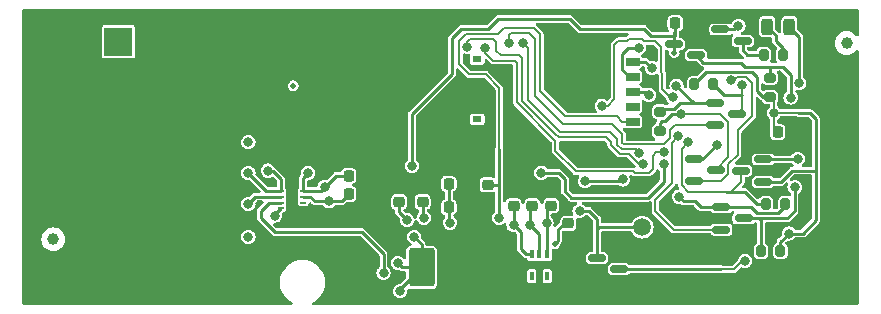
<source format=gbr>
%TF.GenerationSoftware,KiCad,Pcbnew,8.0.5*%
%TF.CreationDate,2024-10-16T14:28:01+03:00*%
%TF.ProjectId,LEXI-R422-Rev 3,4c455849-2d52-4343-9232-2d5265762033,rev?*%
%TF.SameCoordinates,Original*%
%TF.FileFunction,Copper,L1,Top*%
%TF.FilePolarity,Positive*%
%FSLAX46Y46*%
G04 Gerber Fmt 4.6, Leading zero omitted, Abs format (unit mm)*
G04 Created by KiCad (PCBNEW 8.0.5) date 2024-10-16 14:28:01*
%MOMM*%
%LPD*%
G01*
G04 APERTURE LIST*
G04 Aperture macros list*
%AMRoundRect*
0 Rectangle with rounded corners*
0 $1 Rounding radius*
0 $2 $3 $4 $5 $6 $7 $8 $9 X,Y pos of 4 corners*
0 Add a 4 corners polygon primitive as box body*
4,1,4,$2,$3,$4,$5,$6,$7,$8,$9,$2,$3,0*
0 Add four circle primitives for the rounded corners*
1,1,$1+$1,$2,$3*
1,1,$1+$1,$4,$5*
1,1,$1+$1,$6,$7*
1,1,$1+$1,$8,$9*
0 Add four rect primitives between the rounded corners*
20,1,$1+$1,$2,$3,$4,$5,0*
20,1,$1+$1,$4,$5,$6,$7,0*
20,1,$1+$1,$6,$7,$8,$9,0*
20,1,$1+$1,$8,$9,$2,$3,0*%
G04 Aperture macros list end*
%TA.AperFunction,SMDPad,CuDef*%
%ADD10RoundRect,0.225000X0.250000X-0.225000X0.250000X0.225000X-0.250000X0.225000X-0.250000X-0.225000X0*%
%TD*%
%TA.AperFunction,SMDPad,CuDef*%
%ADD11RoundRect,0.250001X-0.837499X-1.399999X0.837499X-1.399999X0.837499X1.399999X-0.837499X1.399999X0*%
%TD*%
%TA.AperFunction,SMDPad,CuDef*%
%ADD12RoundRect,0.225000X-0.225000X-0.250000X0.225000X-0.250000X0.225000X0.250000X-0.225000X0.250000X0*%
%TD*%
%TA.AperFunction,SMDPad,CuDef*%
%ADD13R,0.350000X0.800000*%
%TD*%
%TA.AperFunction,SMDPad,CuDef*%
%ADD14RoundRect,0.150000X-0.587500X-0.150000X0.587500X-0.150000X0.587500X0.150000X-0.587500X0.150000X0*%
%TD*%
%TA.AperFunction,SMDPad,CuDef*%
%ADD15R,1.150000X0.650000*%
%TD*%
%TA.AperFunction,SMDPad,CuDef*%
%ADD16R,1.300000X0.450000*%
%TD*%
%TA.AperFunction,SMDPad,CuDef*%
%ADD17R,1.700000X1.400000*%
%TD*%
%TA.AperFunction,SMDPad,CuDef*%
%ADD18R,0.800000X0.540000*%
%TD*%
%TA.AperFunction,SMDPad,CuDef*%
%ADD19RoundRect,0.200000X-0.200000X-0.275000X0.200000X-0.275000X0.200000X0.275000X-0.200000X0.275000X0*%
%TD*%
%TA.AperFunction,SMDPad,CuDef*%
%ADD20C,1.500000*%
%TD*%
%TA.AperFunction,SMDPad,CuDef*%
%ADD21RoundRect,0.150000X0.587500X0.150000X-0.587500X0.150000X-0.587500X-0.150000X0.587500X-0.150000X0*%
%TD*%
%TA.AperFunction,SMDPad,CuDef*%
%ADD22RoundRect,0.200000X0.200000X0.275000X-0.200000X0.275000X-0.200000X-0.275000X0.200000X-0.275000X0*%
%TD*%
%TA.AperFunction,SMDPad,CuDef*%
%ADD23RoundRect,0.062500X-0.187500X-0.062500X0.187500X-0.062500X0.187500X0.062500X-0.187500X0.062500X0*%
%TD*%
%TA.AperFunction,ComponentPad*%
%ADD24C,0.600000*%
%TD*%
%TA.AperFunction,SMDPad,CuDef*%
%ADD25R,0.900000X1.600000*%
%TD*%
%TA.AperFunction,SMDPad,CuDef*%
%ADD26RoundRect,0.225000X0.225000X0.250000X-0.225000X0.250000X-0.225000X-0.250000X0.225000X-0.250000X0*%
%TD*%
%TA.AperFunction,ComponentPad*%
%ADD27R,2.400000X2.400000*%
%TD*%
%TA.AperFunction,ComponentPad*%
%ADD28C,2.400000*%
%TD*%
%TA.AperFunction,SMDPad,CuDef*%
%ADD29RoundRect,0.200000X0.275000X-0.200000X0.275000X0.200000X-0.275000X0.200000X-0.275000X-0.200000X0*%
%TD*%
%TA.AperFunction,SMDPad,CuDef*%
%ADD30C,1.000000*%
%TD*%
%TA.AperFunction,SMDPad,CuDef*%
%ADD31RoundRect,0.225000X-0.250000X0.225000X-0.250000X-0.225000X0.250000X-0.225000X0.250000X0.225000X0*%
%TD*%
%TA.AperFunction,SMDPad,CuDef*%
%ADD32C,0.500000*%
%TD*%
%TA.AperFunction,SMDPad,CuDef*%
%ADD33RoundRect,0.243750X-0.243750X-0.456250X0.243750X-0.456250X0.243750X0.456250X-0.243750X0.456250X0*%
%TD*%
%TA.AperFunction,ViaPad*%
%ADD34C,0.600000*%
%TD*%
%TA.AperFunction,ViaPad*%
%ADD35C,0.400000*%
%TD*%
%TA.AperFunction,ViaPad*%
%ADD36C,0.500000*%
%TD*%
%TA.AperFunction,ViaPad*%
%ADD37C,0.800000*%
%TD*%
%TA.AperFunction,Conductor*%
%ADD38C,0.200000*%
%TD*%
%TA.AperFunction,Conductor*%
%ADD39C,0.250000*%
%TD*%
G04 APERTURE END LIST*
D10*
%TO.P,C1,1*%
%TO.N,/uRST*%
X48400000Y5625000D03*
%TO.P,C1,2*%
%TO.N,GND*%
X48400000Y7175000D03*
%TD*%
%TO.P,C2,1*%
%TO.N,/uCLK*%
X46800000Y5625000D03*
%TO.P,C2,2*%
%TO.N,GND*%
X46800000Y7175000D03*
%TD*%
%TO.P,C3,1*%
%TO.N,/uData*%
X45200000Y5625000D03*
%TO.P,C3,2*%
%TO.N,GND*%
X45200000Y7175000D03*
%TD*%
%TO.P,C4,1*%
%TO.N,GND*%
X49850000Y2575000D03*
%TO.P,C4,2*%
%TO.N,/uVDD*%
X49850000Y4125000D03*
%TD*%
D11*
%TO.P,C6,1*%
%TO.N,/VBAT*%
X37412500Y400000D03*
%TO.P,C6,2*%
%TO.N,GND*%
X43787500Y400000D03*
%TD*%
D10*
%TO.P,C7,1*%
%TO.N,/VBAT*%
X37500000Y5950000D03*
%TO.P,C7,2*%
%TO.N,GND*%
X37500000Y7500000D03*
%TD*%
D12*
%TO.P,C8,1*%
%TO.N,/VBAT*%
X31250000Y8174800D03*
%TO.P,C8,2*%
%TO.N,GND*%
X32800000Y8174800D03*
%TD*%
%TO.P,C9,1*%
%TO.N,/VBAT*%
X39725000Y5500000D03*
%TO.P,C9,2*%
%TO.N,GND*%
X41275000Y5500000D03*
%TD*%
%TO.P,C10,1*%
%TO.N,/VBAT*%
X31250000Y6600000D03*
%TO.P,C10,2*%
%TO.N,GND*%
X32800000Y6600000D03*
%TD*%
%TO.P,C11,1*%
%TO.N,/VBAT*%
X39725000Y7500000D03*
%TO.P,C11,2*%
%TO.N,GND*%
X41275000Y7500000D03*
%TD*%
D10*
%TO.P,C12,1*%
%TO.N,/VBAT*%
X35500000Y5950000D03*
%TO.P,C12,2*%
%TO.N,GND*%
X35500000Y7500000D03*
%TD*%
D13*
%TO.P,D1,1*%
%TO.N,unconnected-(D1-Pad1)*%
X46750000Y-350000D03*
%TO.P,D1,2*%
%TO.N,GND*%
X47400000Y-350000D03*
%TO.P,D1,3*%
%TO.N,unconnected-(D1-Pad3)*%
X48050000Y-350000D03*
%TO.P,D1,4*%
%TO.N,/uRST*%
X48050000Y1550000D03*
%TO.P,D1,5*%
%TO.N,/uCLK*%
X47400000Y1550000D03*
%TO.P,D1,6*%
%TO.N,/uData*%
X46750000Y1550000D03*
%TD*%
D14*
%TO.P,Q8,1,B*%
%TO.N,/Network*%
X62725000Y20550000D03*
%TO.P,Q8,2,E*%
%TO.N,GND*%
X62725000Y18650000D03*
%TO.P,Q8,3,C*%
%TO.N,Net-(Q8-C)*%
X64600000Y19600000D03*
%TD*%
D15*
%TO.P,J11,C1,VCC*%
%TO.N,/uVDD*%
X55295000Y12745000D03*
%TO.P,J11,C2,RST*%
%TO.N,/uRST*%
X55295000Y15285000D03*
%TO.P,J11,C3,CLK*%
%TO.N,/uCLK*%
X55295000Y17825000D03*
%TO.P,J11,C5,GND*%
%TO.N,GND*%
X55295000Y11475000D03*
%TO.P,J11,C6,VPP*%
%TO.N,unconnected-(J11-VPP-PadC6)*%
X55295000Y14015000D03*
%TO.P,J11,C7,I/O*%
%TO.N,/uData*%
X55295000Y16555000D03*
D16*
%TO.P,J11,G1,GND*%
%TO.N,GND*%
X53125000Y9230000D03*
%TO.P,J11,G2,GND*%
X51125000Y9230000D03*
%TO.P,J11,G3,GND*%
X53125000Y21770000D03*
%TO.P,J11,G4,GND*%
X51125000Y21770000D03*
D17*
%TO.P,J11,G5,GND*%
X41565000Y21605000D03*
%TO.P,J11,G6,GND*%
X41565000Y9395000D03*
D18*
%TO.P,J11,X1*%
%TO.N,N/C*%
X42145000Y12960000D03*
%TO.P,J11,X2*%
X42145000Y18040000D03*
%TD*%
D19*
%TO.P,R6,1*%
%TO.N,/RxD*%
X66150000Y1800000D03*
%TO.P,R6,2*%
%TO.N,/+3V3_UC*%
X67800000Y1800000D03*
%TD*%
D20*
%TO.P,TP4,1,1*%
%TO.N,/PWRKEY*%
X56100000Y3800000D03*
%TD*%
D21*
%TO.P,Q5,1,B*%
%TO.N,/+3V3_UC*%
X66337500Y7650000D03*
%TO.P,Q5,2,E*%
%TO.N,/TxD*%
X66337500Y9550000D03*
%TO.P,Q5,3,C*%
%TO.N,/TXD*%
X64462500Y8600000D03*
%TD*%
D22*
%TO.P,R7,1*%
%TO.N,/uDCD*%
X62125000Y15900000D03*
%TO.P,R7,2*%
%TO.N,/+3V3_UC*%
X60475000Y15900000D03*
%TD*%
D23*
%TO.P,U1,1,VIN*%
%TO.N,/+3V6d*%
X25500000Y6900000D03*
%TO.P,U1,2,VIN*%
X25500000Y6400000D03*
%TO.P,U1,3,ON*%
%TO.N,/Alim*%
X25500000Y5900000D03*
%TO.P,U1,4,VBIAS*%
%TO.N,/+3V6d*%
X25500000Y5400000D03*
%TO.P,U1,5,GND*%
%TO.N,GND*%
X27400000Y5400000D03*
%TO.P,U1,6,CT*%
%TO.N,unconnected-(U1-CT-Pad6)*%
X27400000Y5900000D03*
%TO.P,U1,7,VOUT*%
%TO.N,/VBAT*%
X27400000Y6400000D03*
%TO.P,U1,8,VOUT*%
X27400000Y6900000D03*
D24*
%TO.P,U1,9,PAD*%
%TO.N,GND*%
X26450000Y6650000D03*
D25*
X26450000Y6150000D03*
D24*
X26450000Y5650000D03*
%TD*%
D26*
%TO.P,C16,1*%
%TO.N,/VDD_EXT*%
X58875000Y21090000D03*
%TO.P,C16,2*%
%TO.N,GND*%
X57325000Y21090000D03*
%TD*%
D12*
%TO.P,C17,1*%
%TO.N,GND*%
X66025000Y11880000D03*
%TO.P,C17,2*%
%TO.N,/+3V3_UC*%
X67575000Y11880000D03*
%TD*%
D27*
%TO.P,BT1,1,+*%
%TO.N,/+3V6d*%
X11750000Y19500000D03*
D28*
%TO.P,BT1,2,-*%
%TO.N,GND*%
X11750000Y-1500000D03*
%TO.P,BT1,3,-*%
X15500000Y-1500000D03*
%TO.P,BT1,4,-*%
X8000000Y-1500000D03*
%TD*%
D19*
%TO.P,R8,1*%
%TO.N,/TXD*%
X66575000Y5800000D03*
%TO.P,R8,2*%
%TO.N,/VDD_EXT*%
X68225000Y5800000D03*
%TD*%
D29*
%TO.P,R9,1*%
%TO.N,/DTR*%
X57600000Y11950000D03*
%TO.P,R9,2*%
%TO.N,/VDD_EXT*%
X57600000Y13600000D03*
%TD*%
D14*
%TO.P,Q1,1,B*%
%TO.N,/VDD_EXT*%
X58775000Y19330000D03*
%TO.P,Q1,2,E*%
%TO.N,GND*%
X58775000Y17430000D03*
%TO.P,Q1,3,C*%
%TO.N,/PowerDown*%
X60650000Y18380000D03*
%TD*%
D30*
%TO.P,FID1,*%
%TO.N,*%
X73400000Y19400000D03*
%TD*%
D22*
%TO.P,R2,1*%
%TO.N,Net-(D2-K)*%
X68025000Y18400000D03*
%TO.P,R2,2*%
%TO.N,Net-(Q8-C)*%
X66375000Y18400000D03*
%TD*%
D14*
%TO.P,Q2,1,B*%
%TO.N,/VDD_EXT*%
X62800000Y5500000D03*
%TO.P,Q2,2,E*%
%TO.N,/RXD*%
X62800000Y3600000D03*
%TO.P,Q2,3,C*%
%TO.N,/RxD*%
X64675000Y4550000D03*
%TD*%
%TO.P,Q6,1,B*%
%TO.N,/+3V3_UC*%
X60462500Y9600000D03*
%TO.P,Q6,2,E*%
%TO.N,/uDTR*%
X60462500Y7700000D03*
%TO.P,Q6,3,C*%
%TO.N,/DTR*%
X62337500Y8650000D03*
%TD*%
D30*
%TO.P,FID4,*%
%TO.N,*%
X6223000Y2794000D03*
%TD*%
D31*
%TO.P,C15,1*%
%TO.N,/uVDD*%
X43000000Y7400000D03*
%TO.P,C15,2*%
%TO.N,GND*%
X43000000Y5850000D03*
%TD*%
D32*
%TO.P,TP1,1,1*%
%TO.N,unconnected-(TP1-Pad1)*%
X26550000Y15790000D03*
%TD*%
D33*
%TO.P,D2,1,K*%
%TO.N,Net-(D2-K)*%
X66662500Y20800000D03*
%TO.P,D2,2,A*%
%TO.N,/+3V6d*%
X68537500Y20800000D03*
%TD*%
D14*
%TO.P,Q4,1,B*%
%TO.N,/VDD_EXT*%
X62262500Y14350000D03*
%TO.P,Q4,2,E*%
%TO.N,/DCD*%
X62262500Y12450000D03*
%TO.P,Q4,3,C*%
%TO.N,/uDCD*%
X64137500Y13400000D03*
%TD*%
D29*
%TO.P,R5,1*%
%TO.N,/+3V3_UC*%
X66910000Y14835000D03*
%TO.P,R5,2*%
%TO.N,/PowerDown*%
X66910000Y16485000D03*
%TD*%
D21*
%TO.P,Q3,1,B*%
%TO.N,/uPWRKEY*%
X54137500Y250000D03*
%TO.P,Q3,2,E*%
%TO.N,GND*%
X54137500Y2150000D03*
%TO.P,Q3,3,C*%
%TO.N,/PWRKEY*%
X52262500Y1200000D03*
%TD*%
D34*
%TO.N,GND*%
X70993000Y-993657D03*
X17653000Y-993657D03*
X51943000Y18056343D03*
X18923000Y276343D03*
X53213000Y-993657D03*
X4953000Y4086343D03*
X22733000Y276343D03*
X72263000Y14246343D03*
X13843000Y14246343D03*
X41783000Y2816343D03*
X73533000Y276343D03*
X11303000Y10436343D03*
X73533000Y2816343D03*
X11303000Y9166343D03*
X12573000Y10436343D03*
X31623000Y-993657D03*
X73533000Y12976343D03*
X29083000Y12976343D03*
X31623000Y20596343D03*
X68453000Y-993657D03*
X25273000Y10436343D03*
X8763000Y19326343D03*
X70993000Y1546343D03*
D35*
X35400000Y15200000D03*
X32400000Y15000000D03*
D34*
X13843000Y11706343D03*
X7493000Y1546343D03*
X73533000Y4086343D03*
X10033000Y11706343D03*
X18923000Y14246343D03*
X21463000Y14246343D03*
X7493000Y18056343D03*
X10033000Y14246343D03*
X22733000Y16786343D03*
X6223000Y11706343D03*
X37973000Y20596343D03*
X6223000Y18056343D03*
X13843000Y4086343D03*
D35*
X57000000Y18400000D03*
D34*
X72263000Y1546343D03*
X39243000Y19326343D03*
X32893000Y11706343D03*
X73533000Y1546343D03*
X24003000Y14246343D03*
X4953000Y-993657D03*
X15113000Y9166343D03*
X13843000Y16786343D03*
X30353000Y12976343D03*
X20193000Y6626343D03*
D35*
X27130000Y16960000D03*
D34*
X50673000Y1546343D03*
X51943000Y16786343D03*
X24003000Y-993657D03*
X6223000Y15516343D03*
X22733000Y14246343D03*
X18923000Y-993657D03*
X22733000Y18056343D03*
X15113000Y11706343D03*
X12573000Y5356343D03*
D35*
X30590000Y17150000D03*
D34*
X34163000Y11706343D03*
X25273000Y276343D03*
X6223000Y276343D03*
X51943000Y-993657D03*
X6223000Y20596343D03*
X54483000Y-993657D03*
X51943000Y19326343D03*
X41783000Y4086343D03*
D35*
X31800000Y15000000D03*
D34*
X58293000Y-993657D03*
X20193000Y11706343D03*
X72263000Y276343D03*
X72263000Y6626343D03*
X11303000Y11706343D03*
X20193000Y2816343D03*
X15113000Y4086343D03*
X11303000Y5356343D03*
D35*
X32400000Y17200000D03*
D34*
X22733000Y-993657D03*
X73533000Y14246343D03*
X73533000Y-993657D03*
X20193000Y5356343D03*
X25273000Y15516343D03*
X26543000Y12976343D03*
X8763000Y1546343D03*
X30353000Y-993657D03*
X20193000Y7896343D03*
X13843000Y2816343D03*
X57023000Y-993657D03*
X72263000Y2816343D03*
X21463000Y19326343D03*
X13843000Y18056343D03*
X24003000Y16786343D03*
X16383000Y15516343D03*
X15113000Y1546343D03*
X7493000Y19326343D03*
X10033000Y276343D03*
X18923000Y15516343D03*
X4953000Y16786343D03*
X49403000Y1546343D03*
X73533000Y11706343D03*
X11303000Y4086343D03*
X21463000Y16786343D03*
D35*
X33000000Y15000000D03*
D36*
X51400000Y10200000D03*
D34*
X7493000Y15516343D03*
X59563000Y-993657D03*
X12573000Y11706343D03*
X26543000Y11706343D03*
X58293000Y5356343D03*
X50673000Y-993657D03*
X57023000Y1546343D03*
X21463000Y276343D03*
X55753000Y1546343D03*
X72263000Y12976343D03*
D35*
X28920000Y17470000D03*
D34*
X56300000Y7300000D03*
X17653000Y14246343D03*
X21463000Y18056343D03*
X63373000Y-993657D03*
X15113000Y5356343D03*
X12573000Y4086343D03*
X32893000Y10436343D03*
X10033000Y16786343D03*
X32893000Y20596343D03*
X20193000Y4086343D03*
X10033000Y15516343D03*
X8763000Y15516343D03*
X34163000Y20596343D03*
X12573000Y2816343D03*
X13843000Y19326343D03*
X24003000Y18056343D03*
X25273000Y12976343D03*
X35433000Y19326343D03*
X21463000Y15516343D03*
X12573000Y1546343D03*
X13843000Y5356343D03*
X13843000Y9166343D03*
X24003000Y276343D03*
X55753000Y5356343D03*
X24003000Y19326343D03*
X27813000Y11706343D03*
X68453000Y276343D03*
X31623000Y12976343D03*
X32893000Y19326343D03*
X13843000Y15516343D03*
X4953000Y18056343D03*
D35*
X29990000Y17120000D03*
D34*
X7493000Y20596343D03*
D35*
X26840000Y17480000D03*
X36000000Y15200000D03*
D34*
X41783000Y1546343D03*
D35*
X28220000Y15600000D03*
D34*
X72263000Y9166343D03*
X8763000Y12976343D03*
X13843000Y6626343D03*
X15113000Y14246343D03*
D37*
X22707600Y21285200D03*
D34*
X15113000Y15516343D03*
X20193000Y276343D03*
X20193000Y1546343D03*
X70993000Y276343D03*
D35*
X31200000Y15000000D03*
D34*
X36703000Y20596343D03*
X34163000Y19326343D03*
D35*
X29340000Y17120000D03*
D34*
X69723000Y276343D03*
X64643000Y-993657D03*
X58293000Y1546343D03*
X29083000Y11706343D03*
X27813000Y12976343D03*
X11303000Y2816343D03*
X7493000Y16786343D03*
X4953000Y15516343D03*
X15113000Y12976343D03*
X34163000Y12976343D03*
X30353000Y11706343D03*
X73533000Y10436343D03*
X39243000Y20596343D03*
X35433000Y20596343D03*
X73533000Y7896343D03*
X48133000Y19326343D03*
X73533000Y6626343D03*
X4953000Y11706343D03*
X26543000Y10436343D03*
X25273000Y11706343D03*
X4953000Y276343D03*
X12573000Y16786343D03*
X20193000Y12976343D03*
X36703000Y19326343D03*
X16383000Y14246343D03*
X4953000Y20596343D03*
X8763000Y16786343D03*
X60833000Y-993657D03*
X8763000Y2816343D03*
X12573000Y7896343D03*
X26543000Y14246343D03*
X15113000Y2816343D03*
X25273000Y1546343D03*
X35433000Y12976343D03*
X72263000Y11706343D03*
X7493000Y14246343D03*
X4953000Y19326343D03*
X11303000Y12976343D03*
D35*
X31800000Y17200000D03*
D34*
X10033000Y12976343D03*
X17653000Y15516343D03*
X41783000Y-993657D03*
X32893000Y12976343D03*
X73533000Y9166343D03*
D35*
X31200000Y17200000D03*
D34*
X20193000Y9166343D03*
X10033000Y1546343D03*
X4953000Y1546343D03*
X6223000Y16786343D03*
X15113000Y6626343D03*
D35*
X28740000Y15350000D03*
D34*
X15113000Y10436343D03*
X13843000Y276343D03*
X20193000Y-993657D03*
X24003000Y15516343D03*
X10033000Y4086343D03*
X12573000Y14246343D03*
X22733000Y19326343D03*
X8763000Y4086343D03*
X55753000Y-993657D03*
X11303000Y14246343D03*
X72263000Y7896343D03*
X10033000Y2816343D03*
X20193000Y15516343D03*
X8763000Y20596343D03*
D35*
X34800000Y17200000D03*
D34*
X11303000Y15516343D03*
X25273000Y16786343D03*
D35*
X36600000Y17000000D03*
X36000000Y17000000D03*
D34*
X20193000Y10436343D03*
X34163000Y9166343D03*
X40513000Y1546343D03*
X31623000Y19326343D03*
D35*
X67800000Y10600000D03*
D34*
X8763000Y18056343D03*
D35*
X33000000Y17200000D03*
D34*
X73533000Y5356343D03*
X13843000Y20596343D03*
D35*
X33600000Y15000000D03*
D34*
X72263000Y-993657D03*
X72263000Y4086343D03*
D35*
X27350000Y16440000D03*
X35400000Y17000000D03*
X27740000Y15970000D03*
D34*
X49403000Y-993657D03*
X11303000Y16786343D03*
X72263000Y10436343D03*
X12573000Y9166343D03*
X12573000Y12976343D03*
X13843000Y12976343D03*
X6223000Y19326343D03*
D35*
X33600000Y17200000D03*
D34*
X69723000Y1546343D03*
X13843000Y10436343D03*
D35*
X34200000Y17200000D03*
D34*
X12573000Y6626343D03*
X31623000Y11706343D03*
X69723000Y-993657D03*
X34163000Y10436343D03*
X15113000Y7896343D03*
X21463000Y-993657D03*
X17653000Y276343D03*
X20193000Y14246343D03*
X25273000Y14246343D03*
X37973000Y19326343D03*
X62103000Y-993657D03*
D35*
X36600000Y15200000D03*
X56800000Y16200000D03*
D34*
X22733000Y15516343D03*
X12573000Y15516343D03*
X13843000Y1546343D03*
X13843000Y7896343D03*
X48133000Y20596343D03*
X35433000Y11706343D03*
X11303000Y1546343D03*
X8763000Y14246343D03*
D37*
%TO.N,/uRST*%
X56675000Y15000000D03*
X48000000Y4200000D03*
%TO.N,/uCLK*%
X46600000Y4000000D03*
X56920000Y17280000D03*
%TO.N,/uData*%
X45200000Y4000000D03*
X55800000Y19000000D03*
D36*
%TO.N,/uVDD*%
X48700000Y2400000D03*
D37*
X44000000Y4600000D03*
%TO.N,/VBAT*%
X29200000Y7200000D03*
X36200000Y4400000D03*
X39800000Y4200000D03*
X35400000Y800000D03*
X37600000Y4600000D03*
X35600000Y-1600000D03*
X36800000Y3000000D03*
X29600000Y6000000D03*
X27800000Y8400000D03*
%TO.N,/uPWRKEY*%
X64800000Y959998D03*
%TO.N,/uDTR*%
X63616429Y16235000D03*
%TO.N,/TxD*%
X69275000Y9600000D03*
%TO.N,/RxD*%
X69000000Y7200000D03*
%TO.N,/uDCD*%
X64532815Y15808952D03*
%TO.N,/RXD*%
X59148889Y11524985D03*
X41300000Y19100000D03*
X56152123Y9135421D03*
%TO.N,/TXD*%
X60000000Y11000000D03*
X57900000Y10150000D03*
X42800000Y19000000D03*
%TO.N,/VDD_EXT*%
X59200000Y6400000D03*
X36600000Y9000000D03*
X59000000Y15800000D03*
D36*
X58800000Y18600000D03*
D37*
%TO.N,/DTR*%
X46000000Y19400000D03*
X55850000Y10124985D03*
X59400000Y13400000D03*
%TO.N,/DCD*%
X44800000Y19400000D03*
%TO.N,/PWRKEY*%
X50800000Y5200000D03*
%TO.N,/Alim*%
X34200000Y-50000D03*
%TO.N,/+3V6d*%
X22750000Y8400000D03*
X69400000Y16000000D03*
X22750000Y5800000D03*
X24400000Y8600000D03*
X25000000Y4800000D03*
X22750000Y11000000D03*
X22750000Y3000000D03*
%TO.N,/+3V3_UC*%
X68500000Y3275000D03*
X67250000Y13500000D03*
X62400000Y10800000D03*
%TO.N,/Vbus*%
X58725000Y14838555D03*
X52675000Y14100000D03*
%TO.N,/U5V*%
X54450000Y7850000D03*
X51250000Y7700000D03*
%TO.N,/P99*%
X57900001Y9125000D03*
X47557087Y8427165D03*
%TO.N,/Network*%
X64246154Y20869231D03*
%TO.N,/PowerDown*%
X68660000Y14790000D03*
%TD*%
D38*
%TO.N,GND*%
X49850000Y2575000D02*
X49850000Y1993343D01*
X51125000Y9230000D02*
X51125000Y10025000D01*
X51400000Y10300000D02*
X51400000Y10200000D01*
X49850000Y1993343D02*
X49403000Y1546343D01*
X51125000Y10025000D02*
X51400000Y10300000D01*
D39*
%TO.N,/uRST*%
X48050000Y3050000D02*
X48000000Y3100000D01*
X48000000Y5225000D02*
X48400000Y5625000D01*
X48050000Y1550000D02*
X48050000Y3050000D01*
X56600000Y15000000D02*
X56315000Y15285000D01*
X48000000Y3100000D02*
X48000000Y4200000D01*
X56315000Y15285000D02*
X55295000Y15285000D01*
X48000000Y4200000D02*
X48000000Y5225000D01*
X56675000Y15000000D02*
X56600000Y15000000D01*
%TO.N,/uCLK*%
X47400000Y3200000D02*
X46600000Y4000000D01*
X56920000Y17280000D02*
X56375000Y17825000D01*
X46600000Y4000000D02*
X46600000Y5425000D01*
X46600000Y5425000D02*
X46800000Y5625000D01*
X47400000Y1550000D02*
X47400000Y3200000D01*
X56375000Y17825000D02*
X55295000Y17825000D01*
%TO.N,/uData*%
X45800000Y2000000D02*
X46250000Y1550000D01*
X55015000Y16555000D02*
X55295000Y16555000D01*
X45800000Y3400000D02*
X45800000Y2000000D01*
X54395000Y17175000D02*
X55015000Y16555000D01*
X46250000Y1550000D02*
X46750000Y1550000D01*
X45200000Y4000000D02*
X45200000Y5625000D01*
X45200000Y4000000D02*
X45800000Y3400000D01*
X54920000Y19000000D02*
X54395000Y18475000D01*
X54395000Y18475000D02*
X54395000Y17175000D01*
X55800000Y19000000D02*
X54920000Y19000000D01*
%TO.N,/uVDD*%
X43000000Y7425000D02*
X43975000Y7425000D01*
X44000000Y4600000D02*
X44000000Y7400000D01*
D38*
X55295000Y12745000D02*
X54405000Y12745000D01*
X43905000Y20155000D02*
X41150000Y20155000D01*
D39*
X44000000Y10450000D02*
X44000000Y9100000D01*
D38*
X44000000Y15600000D02*
X44000000Y10450000D01*
X47450000Y20150000D02*
X46950000Y20650000D01*
X40600000Y17600000D02*
X41450000Y16750000D01*
X55295000Y12745000D02*
X54655000Y12745000D01*
X41450000Y16750000D02*
X42850000Y16750000D01*
X49600000Y13200000D02*
X47450000Y15350000D01*
X46950000Y20650000D02*
X44400000Y20650000D01*
X44400000Y20650000D02*
X43905000Y20155000D01*
X42850000Y16750000D02*
X44000000Y15600000D01*
X40600000Y19605000D02*
X40600000Y17600000D01*
D39*
X48950000Y2650000D02*
X48950000Y3600000D01*
D38*
X47450000Y15350000D02*
X47450000Y20150000D01*
X53950000Y13200000D02*
X49600000Y13200000D01*
D39*
X48700000Y2400000D02*
X48950000Y2650000D01*
X43975000Y7425000D02*
X44000000Y7400000D01*
X49475000Y4125000D02*
X49850000Y4125000D01*
X48950000Y3600000D02*
X49475000Y4125000D01*
X44000000Y7400000D02*
X44000000Y9100000D01*
D38*
X41150000Y20155000D02*
X40600000Y19605000D01*
X54405000Y12745000D02*
X53950000Y13200000D01*
D39*
%TO.N,/VBAT*%
X30650000Y6000000D02*
X31250000Y6600000D01*
X37412500Y400000D02*
X35600000Y-1412500D01*
X28900000Y6900000D02*
X29200000Y7200000D01*
X39725000Y5500000D02*
X39725000Y4275000D01*
X35600000Y-1412500D02*
X35600000Y-1600000D01*
X30174800Y8174800D02*
X31250000Y8174800D01*
X27400000Y8000000D02*
X27800000Y8400000D01*
X37500000Y4700000D02*
X37600000Y4600000D01*
X27400000Y6900000D02*
X27400000Y8000000D01*
X39725000Y4275000D02*
X39800000Y4200000D01*
X29200000Y7200000D02*
X30174800Y8174800D01*
X36200000Y4400000D02*
X35500000Y5100000D01*
X35800000Y400000D02*
X35400000Y800000D01*
X37412500Y2387500D02*
X36800000Y3000000D01*
X35500000Y5100000D02*
X35500000Y5950000D01*
X27400000Y6400000D02*
X28000000Y6400000D01*
X27400000Y6900000D02*
X28900000Y6900000D01*
X37500000Y5950000D02*
X37500000Y4700000D01*
X29600000Y6000000D02*
X30650000Y6000000D01*
X39725000Y7500000D02*
X39725000Y5500000D01*
X29400000Y6000000D02*
X29600000Y6000000D01*
X37412500Y400000D02*
X35800000Y400000D01*
X28000000Y6400000D02*
X28400000Y6000000D01*
X28400000Y6000000D02*
X29400000Y6000000D01*
X37412500Y400000D02*
X37412500Y2387500D01*
D38*
%TO.N,/uPWRKEY*%
X62800000Y250000D02*
X63850000Y250000D01*
X63850000Y250000D02*
X64800000Y1200000D01*
X64800000Y1200000D02*
X64800000Y959998D01*
D39*
X62800000Y250000D02*
X54137500Y250000D01*
D38*
%TO.N,/uDTR*%
X63375000Y8309448D02*
X62765552Y7700000D01*
X64200000Y12000000D02*
X64200000Y9946815D01*
X63616429Y16235000D02*
X63845050Y16235000D01*
X65400000Y16000000D02*
X65400000Y13200000D01*
X65400000Y13200000D02*
X64200000Y12000000D01*
X64119002Y16508952D02*
X64891048Y16508952D01*
X63375000Y9121815D02*
X63375000Y8309448D01*
X64200000Y9946815D02*
X63375000Y9121815D01*
X63845050Y16235000D02*
X64119002Y16508952D01*
X62765552Y7700000D02*
X60462500Y7700000D01*
X64891048Y16508952D02*
X65400000Y16000000D01*
D39*
%TO.N,/TxD*%
X69225000Y9550000D02*
X69275000Y9600000D01*
X66337500Y9550000D02*
X69225000Y9550000D01*
%TO.N,/RxD*%
X64675000Y4550000D02*
X66000000Y4550000D01*
X66000000Y4550000D02*
X68350000Y4550000D01*
X68350000Y4550000D02*
X69000000Y5200000D01*
X66150000Y1800000D02*
X66150000Y4400000D01*
X66150000Y4400000D02*
X66000000Y4550000D01*
X69000000Y5200000D02*
X69000000Y7200000D01*
%TO.N,/uDCD*%
X63100000Y15000000D02*
X63025000Y15000000D01*
D38*
X64532815Y15808952D02*
X64532815Y15000000D01*
X64532815Y15000000D02*
X64532815Y13795315D01*
D39*
X62025000Y15800000D02*
X62200000Y15800000D01*
X63000000Y15000000D02*
X63100000Y15000000D01*
X63025000Y15000000D02*
X62125000Y15900000D01*
D38*
X64532815Y13795315D02*
X64137500Y13400000D01*
D39*
X63100000Y15000000D02*
X64532815Y15000000D01*
D38*
%TO.N,/RXD*%
X43750000Y18700000D02*
X43750000Y19500000D01*
X54109314Y10109314D02*
X53450000Y10768629D01*
X53450000Y11000000D02*
X53032843Y11417157D01*
X41300000Y19500000D02*
X41300000Y19100000D01*
X59200000Y11576096D02*
X59148889Y11524985D01*
X48942157Y11492157D02*
X48784315Y11650000D01*
X55392517Y9592517D02*
X54960049Y10024985D01*
X48784315Y11650000D02*
X45900000Y14534315D01*
X56152123Y9135421D02*
X55849614Y9135421D01*
X45700000Y18350000D02*
X44100000Y18350000D01*
X58600000Y10976096D02*
X58600000Y7550000D01*
X59200000Y11600000D02*
X59200000Y11576096D01*
X43495000Y19755000D02*
X41555000Y19755000D01*
X59300000Y11600000D02*
X59200000Y11600000D01*
X44100000Y18350000D02*
X43750000Y18700000D01*
X53032843Y11417157D02*
X49017157Y11417157D01*
D39*
X41300000Y19100000D02*
X41300000Y19400000D01*
D38*
X45900000Y14534315D02*
X45900000Y18150000D01*
X41555000Y19755000D02*
X41300000Y19500000D01*
X45900000Y18150000D02*
X45700000Y18350000D01*
X58800000Y3600000D02*
X62800000Y3600000D01*
X55849614Y9135421D02*
X55392517Y9592517D01*
X54960049Y10024985D02*
X54193643Y10024985D01*
X57200000Y6150000D02*
X57200000Y5200000D01*
X49017157Y11417157D02*
X48942157Y11492157D01*
X53450000Y10768629D02*
X53450000Y11000000D01*
X59148889Y11524985D02*
X58600000Y10976096D01*
X43750000Y19500000D02*
X43495000Y19755000D01*
X54193643Y10024985D02*
X54109314Y10109314D01*
X58600000Y7550000D02*
X57200000Y6150000D01*
X57200000Y5200000D02*
X58800000Y3600000D01*
%TO.N,/TXD*%
X57000000Y8750000D02*
X56685421Y8435421D01*
X64462500Y7662500D02*
X64462500Y8600000D01*
X45500000Y17700000D02*
X45300000Y17900000D01*
X55450000Y8435421D02*
X55335421Y8550000D01*
X50450000Y8550000D02*
X48725000Y10275000D01*
X55335421Y8550000D02*
X50450000Y8550000D01*
X48725000Y11143629D02*
X45500000Y14368629D01*
X59984448Y6800000D02*
X62800000Y6800000D01*
X56685421Y8435421D02*
X55450000Y8435421D01*
X45300000Y17900000D02*
X43500000Y17900000D01*
X63600000Y6800000D02*
X64462500Y7662500D01*
X59425000Y10425000D02*
X59425000Y7359448D01*
D39*
X65800000Y5800000D02*
X64800000Y6800000D01*
D38*
X42800000Y18600000D02*
X42800000Y19000000D01*
X48725000Y10275000D02*
X48725000Y11143629D01*
X57300000Y10150000D02*
X57000000Y9850000D01*
X62800000Y6800000D02*
X63600000Y6800000D01*
D39*
X66575000Y5800000D02*
X65800000Y5800000D01*
D38*
X57900000Y10150000D02*
X57300000Y10150000D01*
X59425000Y7359448D02*
X59984448Y6800000D01*
X43500000Y17900000D02*
X42800000Y18600000D01*
X63200000Y6800000D02*
X63600000Y6800000D01*
X45500000Y14368629D02*
X45500000Y17700000D01*
X60000000Y11000000D02*
X59425000Y10425000D01*
X57000000Y9850000D02*
X57000000Y8750000D01*
D39*
X64800000Y6800000D02*
X63200000Y6800000D01*
D38*
X62800000Y6800000D02*
X63200000Y6800000D01*
D39*
%TO.N,/VDD_EXT*%
X36600000Y9000000D02*
X36600000Y13400000D01*
X40000000Y19800000D02*
X40780000Y20580000D01*
X59324695Y14350000D02*
X60850000Y14350000D01*
X59200000Y6400000D02*
X59600000Y6000000D01*
X57600000Y13600000D02*
X57850000Y13850000D01*
X43900000Y21450000D02*
X49950000Y21450000D01*
X36600000Y13400000D02*
X40000000Y16800000D01*
X59000000Y15800000D02*
X59000000Y16050000D01*
X68225000Y5625000D02*
X67600000Y5000000D01*
X58875000Y21090000D02*
X58875000Y20550000D01*
X58775000Y20300000D02*
X58775000Y19330000D01*
X62800000Y5500000D02*
X61100000Y5500000D01*
X58875000Y20550000D02*
X58875000Y20400000D01*
X58824695Y13850000D02*
X59324695Y14350000D01*
X59000000Y15800000D02*
X60450000Y14350000D01*
X60450000Y14350000D02*
X62262500Y14350000D01*
X65300000Y5500000D02*
X65800000Y5000000D01*
X58775000Y18625000D02*
X58800000Y18600000D01*
X58875000Y20400000D02*
X58775000Y20300000D01*
X40780000Y20580000D02*
X43030000Y20580000D01*
X56250000Y20600000D02*
X56850000Y20000000D01*
X59600000Y6000000D02*
X60600000Y6000000D01*
X62800000Y5500000D02*
X65300000Y5500000D01*
X58775000Y19330000D02*
X58775000Y18625000D01*
X57850000Y13850000D02*
X58824695Y13850000D01*
X68225000Y5800000D02*
X68225000Y5625000D01*
X58875000Y20000000D02*
X58875000Y20550000D01*
X43030000Y20580000D02*
X43900000Y21450000D01*
X61100000Y5500000D02*
X60600000Y6000000D01*
X50800000Y20600000D02*
X56250000Y20600000D01*
X40000000Y16800000D02*
X40000000Y19800000D01*
X56850000Y20000000D02*
X58875000Y20000000D01*
X65800000Y5000000D02*
X67600000Y5000000D01*
X49950000Y21450000D02*
X50800000Y20600000D01*
D38*
%TO.N,/DTR*%
X54359329Y10424985D02*
X54000000Y10784314D01*
D39*
X58650000Y13400000D02*
X59400000Y13400000D01*
D38*
X62337500Y8650000D02*
X63400000Y9712500D01*
X54000000Y10784314D02*
X54000000Y11250000D01*
X55550000Y10424985D02*
X54359329Y10424985D01*
D39*
X57600000Y11950000D02*
X57600000Y12600000D01*
D38*
X62690552Y13400000D02*
X59400000Y13400000D01*
X49150000Y11850000D02*
X46450000Y14550000D01*
X63400000Y9712500D02*
X63400000Y12690552D01*
X55850000Y10124985D02*
X55550000Y10424985D01*
X54000000Y11250000D02*
X53400000Y11850000D01*
D39*
X57800000Y12800000D02*
X58050000Y12800000D01*
X58050000Y12800000D02*
X58650000Y13400000D01*
D38*
X53400000Y11850000D02*
X49150000Y11850000D01*
X63400000Y12690552D02*
X62690552Y13400000D01*
X46450000Y18950000D02*
X46000000Y19400000D01*
X46450000Y14550000D02*
X46450000Y18950000D01*
D39*
X57600000Y12600000D02*
X57800000Y12800000D01*
D38*
%TO.N,/DCD*%
X46550000Y20250000D02*
X45000000Y20250000D01*
X54400000Y11700000D02*
X53550000Y12550000D01*
X58448889Y12001675D02*
X58448889Y11398889D01*
X58448889Y11398889D02*
X57900000Y10850000D01*
X54525015Y10824985D02*
X54400000Y10950000D01*
X45000000Y20250000D02*
X44800000Y20050000D01*
X47050000Y19750000D02*
X46550000Y20250000D01*
X53550000Y12550000D02*
X49400000Y12550000D01*
X49400000Y12550000D02*
X47050000Y14900000D01*
X47050000Y14900000D02*
X47050000Y19750000D01*
X55500030Y10850000D02*
X55475015Y10824985D01*
X44800000Y20050000D02*
X44800000Y19400000D01*
X57900000Y10850000D02*
X55500030Y10850000D01*
X55475015Y10824985D02*
X54525015Y10824985D01*
X62262500Y12450000D02*
X58900000Y12450000D01*
X58451675Y12001675D02*
X58448889Y12001675D01*
X58900000Y12450000D02*
X58451675Y12001675D01*
X54400000Y10950000D02*
X54400000Y11700000D01*
D39*
%TO.N,/PWRKEY*%
X52262500Y1200000D02*
X52262500Y3600000D01*
X56100000Y3800000D02*
X52462500Y3800000D01*
X51600000Y5200000D02*
X50800000Y5200000D01*
X52462500Y3800000D02*
X52262500Y3600000D01*
X52262500Y3800000D02*
X52262500Y4537500D01*
X52262500Y3600000D02*
X52262500Y3800000D01*
X52262500Y4537500D02*
X51600000Y5200000D01*
%TO.N,/Alim*%
X32350000Y3400000D02*
X34200000Y1550000D01*
X25000000Y3400000D02*
X32350000Y3400000D01*
X23800000Y4600000D02*
X25000000Y3400000D01*
X24500000Y5900000D02*
X23800000Y5200000D01*
X25500000Y5900000D02*
X24500000Y5900000D01*
X34200000Y1550000D02*
X34200000Y-50000D01*
X23800000Y5200000D02*
X23800000Y4600000D01*
%TO.N,/+3V6d*%
X25500000Y6900000D02*
X25500000Y7900000D01*
X69400000Y19937500D02*
X69400000Y16000000D01*
X68537500Y20800000D02*
X69400000Y19937500D01*
X25500000Y7900000D02*
X24800000Y8600000D01*
X23350000Y6400000D02*
X22750000Y5800000D01*
X25500000Y6400000D02*
X23350000Y6400000D01*
X25500000Y6900000D02*
X24250000Y6900000D01*
X24250000Y6900000D02*
X22750000Y8400000D01*
X24800000Y8600000D02*
X24400000Y8600000D01*
X25000000Y4900000D02*
X25000000Y4800000D01*
X25500000Y5400000D02*
X25000000Y4900000D01*
%TO.N,/+3V3_UC*%
X69300000Y13500000D02*
X70300000Y13500000D01*
X61535000Y16960000D02*
X65400000Y16960000D01*
X70800000Y4400000D02*
X69675000Y3275000D01*
X65825000Y16535000D02*
X65825000Y15375000D01*
D38*
X67250000Y14495000D02*
X66910000Y14835000D01*
D39*
X67350000Y13400000D02*
X67250000Y13500000D01*
X60462500Y9600000D02*
X61200000Y9600000D01*
X67800000Y2575000D02*
X68500000Y3275000D01*
X65825000Y15375000D02*
X66365000Y14835000D01*
X61200000Y9600000D02*
X62400000Y10800000D01*
D38*
X67250000Y13500000D02*
X67250000Y12205000D01*
D39*
X60475000Y15900000D02*
X61535000Y16960000D01*
X68800000Y8600000D02*
X70800000Y8600000D01*
X67850000Y7650000D02*
X68800000Y8600000D01*
X70300000Y13500000D02*
X70800000Y13000000D01*
D38*
X69300000Y13500000D02*
X67250000Y13500000D01*
D39*
X69675000Y3275000D02*
X68500000Y3275000D01*
D38*
X67250000Y12205000D02*
X67575000Y11880000D01*
D39*
X70800000Y13000000D02*
X70800000Y8600000D01*
X67800000Y1800000D02*
X67800000Y2575000D01*
D38*
X67250000Y13500000D02*
X67250000Y14495000D01*
D39*
X66337500Y7650000D02*
X67850000Y7650000D01*
X65400000Y16960000D02*
X65825000Y16535000D01*
X66365000Y14835000D02*
X66910000Y14835000D01*
X70800000Y8600000D02*
X70800000Y4400000D01*
D38*
%TO.N,/Vbus*%
X53750000Y19250000D02*
X53750000Y14650000D01*
X53200000Y14100000D02*
X52675000Y14100000D01*
X54075000Y19575000D02*
X53750000Y19250000D01*
X53750000Y14650000D02*
X53200000Y14100000D01*
X56039950Y19750000D02*
X54975000Y19750000D01*
X54800000Y19575000D02*
X54075000Y19575000D01*
X57800000Y15500000D02*
X57800000Y16818052D01*
X54975000Y19750000D02*
X54800000Y19575000D01*
X57700000Y16918052D02*
X57700000Y19050000D01*
X56214950Y19575000D02*
X56039950Y19750000D01*
X57175000Y19575000D02*
X56214950Y19575000D01*
X58461445Y14838555D02*
X57800000Y15500000D01*
X58725000Y14838555D02*
X58461445Y14838555D01*
X57700000Y19050000D02*
X57175000Y19575000D01*
X57800000Y16818052D02*
X57700000Y16918052D01*
D39*
%TO.N,/U5V*%
X54300000Y7700000D02*
X54450000Y7850000D01*
X51250000Y7700000D02*
X54300000Y7700000D01*
%TO.N,/P99*%
X49022835Y8427165D02*
X49550000Y7900000D01*
X56550000Y6300000D02*
X52250000Y6300000D01*
X49550000Y7900000D02*
X49550000Y6850000D01*
X57900001Y9125000D02*
X57900001Y7650001D01*
X57900001Y7650001D02*
X56550000Y6300000D01*
X47557087Y8427165D02*
X49022835Y8427165D01*
X47434252Y8550000D02*
X47557087Y8427165D01*
X50100000Y6300000D02*
X52250000Y6300000D01*
X49550000Y6850000D02*
X50100000Y6300000D01*
%TO.N,Net-(D2-K)*%
X66662500Y20800000D02*
X67400000Y20062500D01*
X67400000Y19600000D02*
X68025000Y18975000D01*
X67400000Y20062500D02*
X67400000Y19600000D01*
X68025000Y18975000D02*
X68025000Y18400000D01*
%TO.N,/Network*%
X64149231Y20869231D02*
X64246154Y20869231D01*
X63830000Y20550000D02*
X64149231Y20869231D01*
X62725000Y20550000D02*
X63830000Y20550000D01*
%TO.N,Net-(Q8-C)*%
X65000000Y18400000D02*
X66375000Y18400000D01*
X64600000Y19600000D02*
X64600000Y18800000D01*
X64600000Y18800000D02*
X65000000Y18400000D01*
%TO.N,/PowerDown*%
X68660000Y14790000D02*
X68660000Y16730000D01*
X66910000Y16485000D02*
X66910000Y17410000D01*
X67980000Y17410000D02*
X66910000Y17410000D01*
X62300000Y17750000D02*
X61280000Y17750000D01*
X64460000Y17750000D02*
X64800000Y17410000D01*
X64800000Y17410000D02*
X66910000Y17410000D01*
X61280000Y17750000D02*
X60650000Y18380000D01*
X68660000Y16730000D02*
X67980000Y17410000D01*
X62300000Y17750000D02*
X64460000Y17750000D01*
%TD*%
%TA.AperFunction,Conductor*%
%TO.N,GND*%
G36*
X32600000Y15900000D02*
G01*
X35400000Y15900000D01*
X35400000Y12800000D01*
X27500000Y12800000D01*
X27500000Y17900000D01*
X32600000Y17900000D01*
X32600000Y15900000D01*
G37*
%TD.AperFunction*%
%TD*%
%TA.AperFunction,Conductor*%
%TO.N,GND*%
G36*
X41074718Y18543338D02*
G01*
X41143239Y18514955D01*
X41300000Y18494318D01*
X41410361Y18508847D01*
X41480510Y18497908D01*
X41533608Y18450779D01*
X41552798Y18382425D01*
X41550386Y18359346D01*
X41544501Y18329758D01*
X41544500Y18329746D01*
X41544500Y17750249D01*
X41556132Y17691771D01*
X41556133Y17691768D01*
X41600448Y17625448D01*
X41666768Y17581133D01*
X41666771Y17581132D01*
X41725249Y17569500D01*
X41725252Y17569500D01*
X42564750Y17569500D01*
X42623228Y17581132D01*
X42623231Y17581133D01*
X42648852Y17598253D01*
X42689552Y17625448D01*
X42733867Y17691769D01*
X42745500Y17750252D01*
X42745500Y17925339D01*
X42765502Y17993460D01*
X42819158Y18039953D01*
X42889432Y18050057D01*
X42954012Y18020563D01*
X42960595Y18014434D01*
X43259540Y17715489D01*
X43283258Y17691771D01*
X43315487Y17659541D01*
X43315490Y17659539D01*
X43384014Y17619977D01*
X43460434Y17599500D01*
X43460438Y17599500D01*
X43539562Y17599500D01*
X45073500Y17599500D01*
X45141621Y17579498D01*
X45188114Y17525842D01*
X45199500Y17473500D01*
X45199500Y14329063D01*
X45219977Y14252642D01*
X45253546Y14194500D01*
X45253547Y14194499D01*
X45259539Y14184118D01*
X45259545Y14184111D01*
X48387595Y11056062D01*
X48421621Y10993750D01*
X48424500Y10966967D01*
X48424500Y10235434D01*
X48444978Y10159012D01*
X48478759Y10100502D01*
X48484538Y10090492D01*
X48484546Y10090481D01*
X50209540Y8365489D01*
X50226422Y8348607D01*
X50265487Y8309541D01*
X50265490Y8309539D01*
X50334014Y8269977D01*
X50410434Y8249500D01*
X50410438Y8249500D01*
X50659229Y8249500D01*
X50727350Y8229498D01*
X50773843Y8175842D01*
X50783947Y8105568D01*
X50759192Y8046797D01*
X50725468Y8002846D01*
X50725463Y8002839D01*
X50664955Y7856760D01*
X50644318Y7700000D01*
X50644318Y7699999D01*
X50664955Y7543239D01*
X50725463Y7397160D01*
X50725465Y7397157D01*
X50821718Y7271718D01*
X50947157Y7175465D01*
X50947160Y7175463D01*
X51093239Y7114955D01*
X51250000Y7094318D01*
X51406760Y7114955D01*
X51552839Y7175463D01*
X51552842Y7175465D01*
X51567350Y7186597D01*
X51678282Y7271718D01*
X51678284Y7271720D01*
X51719324Y7325204D01*
X51776662Y7367071D01*
X51819286Y7374500D01*
X54040482Y7374500D01*
X54108603Y7354498D01*
X54117185Y7348463D01*
X54147152Y7325468D01*
X54147160Y7325463D01*
X54293239Y7264955D01*
X54450000Y7244318D01*
X54606760Y7264955D01*
X54752839Y7325463D01*
X54752842Y7325465D01*
X54752846Y7325468D01*
X54878282Y7421718D01*
X54974536Y7547159D01*
X55035044Y7693238D01*
X55048003Y7791674D01*
X55055682Y7849999D01*
X55055682Y7850000D01*
X55040259Y7967151D01*
X55035044Y8006762D01*
X55006661Y8075282D01*
X54999073Y8145872D01*
X55030853Y8209359D01*
X55091911Y8245586D01*
X55123071Y8249500D01*
X55158759Y8249500D01*
X55226880Y8229498D01*
X55247854Y8212595D01*
X55265482Y8194966D01*
X55265490Y8194960D01*
X55334014Y8155398D01*
X55410434Y8134921D01*
X55410438Y8134921D01*
X56724986Y8134921D01*
X56801406Y8155398D01*
X56801409Y8155399D01*
X56801410Y8155400D01*
X56869932Y8194961D01*
X56925881Y8250910D01*
X57240460Y8565489D01*
X57251105Y8583927D01*
X57280021Y8634011D01*
X57280021Y8634013D01*
X57283126Y8641508D01*
X57327676Y8696788D01*
X57395040Y8719207D01*
X57463831Y8701647D01*
X57476237Y8693250D01*
X57525204Y8655677D01*
X57567072Y8598340D01*
X57574501Y8555714D01*
X57574501Y7837017D01*
X57554499Y7768896D01*
X57537596Y7747922D01*
X56452078Y6662405D01*
X56389766Y6628379D01*
X56362983Y6625500D01*
X50287017Y6625500D01*
X50218896Y6645502D01*
X50197922Y6662405D01*
X49912405Y6947922D01*
X49878379Y7010234D01*
X49875500Y7037017D01*
X49875500Y7942850D01*
X49875500Y7942851D01*
X49875500Y7942853D01*
X49865653Y7979603D01*
X49860055Y8000498D01*
X49856864Y8012405D01*
X49853318Y8025639D01*
X49810465Y8099862D01*
X49222697Y8687630D01*
X49148474Y8730483D01*
X49065688Y8752665D01*
X49065686Y8752665D01*
X48126373Y8752665D01*
X48058252Y8772667D01*
X48026411Y8801961D01*
X47985371Y8855444D01*
X47985369Y8855447D01*
X47859928Y8951701D01*
X47713849Y9012209D01*
X47557087Y9032847D01*
X47400325Y9012209D01*
X47254246Y8951701D01*
X47128805Y8855447D01*
X47065793Y8773328D01*
X47032552Y8730007D01*
X47032550Y8730004D01*
X46972042Y8583925D01*
X46951405Y8427165D01*
X46951405Y8427164D01*
X46972042Y8270404D01*
X47032550Y8124325D01*
X47032552Y8124322D01*
X47128805Y7998883D01*
X47254244Y7902630D01*
X47254247Y7902628D01*
X47400326Y7842120D01*
X47557087Y7821483D01*
X47713847Y7842120D01*
X47859926Y7902628D01*
X47859929Y7902630D01*
X47912349Y7942853D01*
X47985369Y7998883D01*
X47985371Y7998885D01*
X48026411Y8052369D01*
X48083749Y8094236D01*
X48126373Y8101665D01*
X48835818Y8101665D01*
X48903939Y8081663D01*
X48924913Y8064760D01*
X49187595Y7802078D01*
X49221621Y7739766D01*
X49224500Y7712983D01*
X49224500Y6892853D01*
X49224500Y6807147D01*
X49246682Y6724361D01*
X49246683Y6724359D01*
X49246684Y6724356D01*
X49289532Y6650141D01*
X49289537Y6650135D01*
X49440173Y6499500D01*
X49839534Y6100139D01*
X49839535Y6100138D01*
X49855893Y6083780D01*
X49900136Y6039536D01*
X49900141Y6039532D01*
X49974357Y5996683D01*
X49997161Y5990573D01*
X50057147Y5974500D01*
X50057149Y5974500D01*
X50467182Y5974500D01*
X50535303Y5954498D01*
X50581796Y5900842D01*
X50591900Y5830568D01*
X50562406Y5765988D01*
X50515402Y5732092D01*
X50497159Y5724536D01*
X50371718Y5628282D01*
X50323250Y5565117D01*
X50275465Y5502842D01*
X50275463Y5502839D01*
X50214955Y5356760D01*
X50194318Y5200000D01*
X50194318Y5199999D01*
X50214955Y5043239D01*
X50226448Y5015494D01*
X50253694Y4949715D01*
X50261283Y4879129D01*
X50229504Y4815642D01*
X50168446Y4779414D01*
X50137285Y4775500D01*
X50133488Y4775500D01*
X49566512Y4775500D01*
X49466874Y4759719D01*
X49346780Y4698528D01*
X49251471Y4603219D01*
X49235758Y4572380D01*
X49190281Y4483126D01*
X49174500Y4383488D01*
X49174500Y4383484D01*
X49174500Y4337017D01*
X49154498Y4268896D01*
X49137599Y4247926D01*
X48949100Y4059427D01*
X48786976Y3897303D01*
X48724664Y3863278D01*
X48653848Y3868343D01*
X48597013Y3910890D01*
X48572202Y3977410D01*
X48581473Y4034618D01*
X48585044Y4043238D01*
X48600451Y4160268D01*
X48605682Y4199999D01*
X48605682Y4200000D01*
X48605090Y4204498D01*
X48585044Y4356762D01*
X48524536Y4502841D01*
X48428282Y4628282D01*
X48374796Y4669322D01*
X48332929Y4726659D01*
X48325500Y4769285D01*
X48325500Y4848500D01*
X48345502Y4916621D01*
X48399158Y4963114D01*
X48451500Y4974500D01*
X48683485Y4974500D01*
X48683488Y4974500D01*
X48783126Y4990281D01*
X48857709Y5028283D01*
X48903219Y5051471D01*
X48998528Y5146780D01*
X48999093Y5147888D01*
X49059719Y5266874D01*
X49075500Y5366512D01*
X49075500Y5883488D01*
X49059719Y5983126D01*
X48998528Y6103220D01*
X48903220Y6198528D01*
X48783126Y6259719D01*
X48683488Y6275500D01*
X48116512Y6275500D01*
X48016874Y6259719D01*
X47900268Y6200305D01*
X47896780Y6198528D01*
X47801471Y6103219D01*
X47782057Y6065116D01*
X47740281Y5983126D01*
X47724500Y5883488D01*
X47724500Y5883484D01*
X47724449Y5883162D01*
X47694036Y5819009D01*
X47633768Y5781482D01*
X47562779Y5782496D01*
X47503607Y5821729D01*
X47475551Y5883162D01*
X47475500Y5883484D01*
X47475500Y5883488D01*
X47459719Y5983126D01*
X47398528Y6103220D01*
X47303220Y6198528D01*
X47183126Y6259719D01*
X47083488Y6275500D01*
X46516512Y6275500D01*
X46416874Y6259719D01*
X46300268Y6200305D01*
X46296780Y6198528D01*
X46201471Y6103219D01*
X46182057Y6065116D01*
X46140281Y5983126D01*
X46124500Y5883488D01*
X46124500Y5883484D01*
X46124449Y5883162D01*
X46094036Y5819009D01*
X46033768Y5781482D01*
X45962779Y5782496D01*
X45903607Y5821729D01*
X45875551Y5883162D01*
X45875500Y5883484D01*
X45875500Y5883488D01*
X45859719Y5983126D01*
X45798528Y6103220D01*
X45703220Y6198528D01*
X45583126Y6259719D01*
X45483488Y6275500D01*
X44916512Y6275500D01*
X44816874Y6259719D01*
X44700268Y6200305D01*
X44696780Y6198528D01*
X44601471Y6103219D01*
X44592913Y6086422D01*
X44568035Y6037595D01*
X44563767Y6029219D01*
X44515019Y5977604D01*
X44446104Y5960538D01*
X44378902Y5983439D01*
X44334750Y6039036D01*
X44325500Y6086422D01*
X44325500Y10492852D01*
X44325500Y10492853D01*
X44304793Y10570134D01*
X44300500Y10602744D01*
X44300500Y15639561D01*
X44300499Y15639564D01*
X44300490Y15639596D01*
X44296493Y15654514D01*
X44291869Y15671776D01*
X44280024Y15715980D01*
X44280022Y15715988D01*
X44240460Y15784511D01*
X43034511Y16990460D01*
X43013548Y17002563D01*
X42965989Y17030021D01*
X42889562Y17050500D01*
X41626661Y17050500D01*
X41558540Y17070502D01*
X41537566Y17087405D01*
X40937405Y17687566D01*
X40903379Y17749878D01*
X40900500Y17776661D01*
X40900500Y18426929D01*
X40920502Y18495050D01*
X40974158Y18541543D01*
X41044432Y18551647D01*
X41074718Y18543338D01*
G37*
%TD.AperFunction*%
%TA.AperFunction,Conductor*%
G36*
X65909012Y14830207D02*
G01*
X65915595Y14824078D01*
X66104534Y14635139D01*
X66104535Y14635138D01*
X66129235Y14610438D01*
X66165136Y14574536D01*
X66165139Y14574534D01*
X66205325Y14551333D01*
X66254318Y14499950D01*
X66254591Y14499417D01*
X66306949Y14396658D01*
X66306951Y14396655D01*
X66396657Y14306949D01*
X66478078Y14265464D01*
X66509696Y14249354D01*
X66603481Y14234500D01*
X66823500Y14234500D01*
X66891621Y14214498D01*
X66938114Y14160842D01*
X66949500Y14108500D01*
X66949500Y14088469D01*
X66929498Y14020348D01*
X66900204Y13988507D01*
X66821720Y13928284D01*
X66821719Y13928282D01*
X66821718Y13928282D01*
X66738613Y13819977D01*
X66725465Y13802842D01*
X66725463Y13802839D01*
X66664955Y13656760D01*
X66644318Y13500000D01*
X66644318Y13499999D01*
X66664955Y13343239D01*
X66725463Y13197160D01*
X66725465Y13197157D01*
X66821720Y13071715D01*
X66900204Y13011493D01*
X66942071Y12954156D01*
X66949500Y12911531D01*
X66949500Y12311457D01*
X66943335Y12272526D01*
X66940282Y12263129D01*
X66940281Y12263127D01*
X66940281Y12263126D01*
X66924500Y12163488D01*
X66924500Y11596512D01*
X66940281Y11496874D01*
X66940281Y11496872D01*
X66940282Y11496872D01*
X67001471Y11376780D01*
X67096780Y11281471D01*
X67201171Y11228282D01*
X67216874Y11220281D01*
X67316512Y11204500D01*
X67316515Y11204500D01*
X67833485Y11204500D01*
X67833488Y11204500D01*
X67933126Y11220281D01*
X68032872Y11271104D01*
X68053219Y11281471D01*
X68148528Y11376780D01*
X68163254Y11405682D01*
X68209719Y11496874D01*
X68225500Y11596512D01*
X68225500Y12163488D01*
X68209719Y12263126D01*
X68148528Y12383220D01*
X68053220Y12478528D01*
X67933126Y12539719D01*
X67833488Y12555500D01*
X67833485Y12555500D01*
X67676500Y12555500D01*
X67608379Y12575502D01*
X67561886Y12629158D01*
X67550500Y12681500D01*
X67550500Y12911531D01*
X67570502Y12979652D01*
X67599796Y13011493D01*
X67678282Y13071717D01*
X67738507Y13150204D01*
X67795844Y13192071D01*
X67838469Y13199500D01*
X69147258Y13199500D01*
X69179864Y13195207D01*
X69257147Y13174500D01*
X70112983Y13174500D01*
X70181104Y13154498D01*
X70202078Y13137595D01*
X70437595Y12902078D01*
X70471621Y12839766D01*
X70474500Y12812983D01*
X70474500Y9051500D01*
X70454498Y8983379D01*
X70400842Y8936886D01*
X70348500Y8925500D01*
X69753588Y8925500D01*
X69685467Y8945502D01*
X69638974Y8999158D01*
X69628870Y9069432D01*
X69658364Y9134012D01*
X69676885Y9151463D01*
X69703280Y9171716D01*
X69705955Y9175201D01*
X69799536Y9297159D01*
X69860044Y9443238D01*
X69871027Y9526659D01*
X69880682Y9599999D01*
X69880682Y9600000D01*
X69875745Y9637500D01*
X69860044Y9756762D01*
X69799536Y9902841D01*
X69703282Y10028282D01*
X69577841Y10124536D01*
X69431762Y10185044D01*
X69275000Y10205682D01*
X69118238Y10185044D01*
X68972159Y10124536D01*
X68846718Y10028282D01*
X68798916Y9965985D01*
X68767311Y9924796D01*
X68709973Y9882929D01*
X68667348Y9875500D01*
X67297372Y9875500D01*
X67229251Y9895502D01*
X67208277Y9912405D01*
X67131485Y9989196D01*
X67131483Y9989198D01*
X67026393Y10040573D01*
X66958260Y10050500D01*
X65716740Y10050500D01*
X65648607Y10040573D01*
X65648605Y10040572D01*
X65543517Y9989198D01*
X65543514Y9989196D01*
X65460803Y9906485D01*
X65460801Y9906482D01*
X65409427Y9801394D01*
X65399500Y9733261D01*
X65399500Y9366738D01*
X65409427Y9298605D01*
X65460801Y9193517D01*
X65460803Y9193514D01*
X65543514Y9110803D01*
X65543517Y9110801D01*
X65648605Y9059427D01*
X65716738Y9049500D01*
X65716740Y9049500D01*
X66958261Y9049500D01*
X67026394Y9059427D01*
X67131482Y9110801D01*
X67131485Y9110803D01*
X67208277Y9187595D01*
X67270589Y9221621D01*
X67297372Y9224500D01*
X68744081Y9224500D01*
X68812202Y9204498D01*
X68844043Y9175202D01*
X68844846Y9174158D01*
X68846719Y9171716D01*
X68873115Y9151463D01*
X68914983Y9094126D01*
X68919205Y9023255D01*
X68884442Y8961351D01*
X68821729Y8928070D01*
X68796412Y8925500D01*
X68757147Y8925500D01*
X68674361Y8903318D01*
X68671029Y8901394D01*
X68617658Y8870580D01*
X68600138Y8860465D01*
X67752076Y8012403D01*
X67689766Y7978380D01*
X67662983Y7975500D01*
X67297372Y7975500D01*
X67229251Y7995502D01*
X67208277Y8012405D01*
X67131485Y8089196D01*
X67131483Y8089198D01*
X67026393Y8140573D01*
X66958260Y8150500D01*
X65716740Y8150500D01*
X65648607Y8140573D01*
X65648605Y8140572D01*
X65543517Y8089198D01*
X65543514Y8089196D01*
X65460803Y8006485D01*
X65460801Y8006482D01*
X65409427Y7901394D01*
X65399500Y7833261D01*
X65399500Y7466738D01*
X65409427Y7398605D01*
X65460801Y7293517D01*
X65460803Y7293514D01*
X65543514Y7210803D01*
X65543517Y7210801D01*
X65648605Y7159427D01*
X65716738Y7149500D01*
X65716740Y7149500D01*
X66958261Y7149500D01*
X67026394Y7159427D01*
X67131482Y7210801D01*
X67131485Y7210803D01*
X67208277Y7287595D01*
X67270589Y7321621D01*
X67297372Y7324500D01*
X67892851Y7324500D01*
X67892853Y7324500D01*
X67975639Y7346682D01*
X67975641Y7346683D01*
X67975643Y7346684D01*
X68049858Y7389532D01*
X68049868Y7389540D01*
X68248378Y7588050D01*
X68310690Y7622076D01*
X68381505Y7617011D01*
X68438341Y7574464D01*
X68463152Y7507944D01*
X68453882Y7450737D01*
X68414955Y7356760D01*
X68394318Y7200000D01*
X68394318Y7199999D01*
X68414955Y7043239D01*
X68475463Y6897160D01*
X68475465Y6897157D01*
X68571720Y6771715D01*
X68625204Y6730676D01*
X68667071Y6673338D01*
X68674500Y6630714D01*
X68674500Y6588501D01*
X68654498Y6520380D01*
X68600842Y6473887D01*
X68530568Y6463783D01*
X68528904Y6464035D01*
X68456519Y6475500D01*
X67993482Y6475499D01*
X67899696Y6460646D01*
X67854458Y6437596D01*
X67786657Y6403050D01*
X67696949Y6313342D01*
X67661230Y6243238D01*
X67639354Y6200304D01*
X67624500Y6106519D01*
X67624500Y6106518D01*
X67624500Y6106515D01*
X67624500Y5537017D01*
X67604498Y5468896D01*
X67587595Y5447922D01*
X67502078Y5362405D01*
X67439766Y5328379D01*
X67412983Y5325500D01*
X67296421Y5325500D01*
X67228300Y5345502D01*
X67181807Y5399158D01*
X67171703Y5469432D01*
X67171952Y5471080D01*
X67175500Y5493481D01*
X67175499Y6106518D01*
X67160646Y6200304D01*
X67103050Y6313342D01*
X67013342Y6403050D01*
X66900304Y6460646D01*
X66806519Y6475500D01*
X66343482Y6475499D01*
X66249696Y6460646D01*
X66204458Y6437596D01*
X66136657Y6403050D01*
X66046949Y6313342D01*
X66024432Y6269148D01*
X65975684Y6217533D01*
X65906769Y6200467D01*
X65839567Y6223368D01*
X65823076Y6237250D01*
X64999862Y7060465D01*
X64925639Y7103318D01*
X64842853Y7125500D01*
X64842851Y7125500D01*
X64654662Y7125500D01*
X64586541Y7145502D01*
X64540048Y7199158D01*
X64529944Y7269432D01*
X64559438Y7334012D01*
X64565567Y7340595D01*
X64702954Y7477982D01*
X64702962Y7477992D01*
X64715264Y7499300D01*
X64742521Y7546511D01*
X64763000Y7622938D01*
X64763000Y7973500D01*
X64783002Y8041621D01*
X64836658Y8088114D01*
X64889000Y8099500D01*
X65083261Y8099500D01*
X65151394Y8109427D01*
X65256482Y8160801D01*
X65256485Y8160803D01*
X65339196Y8243514D01*
X65339198Y8243517D01*
X65390572Y8348605D01*
X65390573Y8348607D01*
X65400500Y8416740D01*
X65400500Y8783260D01*
X65390573Y8851393D01*
X65339198Y8956483D01*
X65256483Y9039198D01*
X65151393Y9090573D01*
X65083260Y9100500D01*
X64082846Y9100500D01*
X64014725Y9120502D01*
X63968232Y9174158D01*
X63958128Y9244432D01*
X63987622Y9309012D01*
X63993737Y9315581D01*
X64440460Y9762304D01*
X64463028Y9801393D01*
X64475009Y9822144D01*
X64480019Y9830822D01*
X64480021Y9830826D01*
X64500499Y9907249D01*
X64500500Y9907253D01*
X64500500Y11823338D01*
X64520502Y11891459D01*
X64537405Y11912433D01*
X65640454Y13015482D01*
X65640456Y13015485D01*
X65640460Y13015489D01*
X65645963Y13025021D01*
X65680021Y13084011D01*
X65698908Y13154498D01*
X65700499Y13160434D01*
X65700500Y13160438D01*
X65700500Y14734983D01*
X65720502Y14803104D01*
X65774158Y14849597D01*
X65844432Y14859701D01*
X65909012Y14830207D01*
G37*
%TD.AperFunction*%
%TA.AperFunction,Conductor*%
G36*
X52924303Y11096655D02*
G01*
X52945277Y11079752D01*
X53112595Y10912434D01*
X53146621Y10850122D01*
X53149500Y10823339D01*
X53149500Y10729063D01*
X53169977Y10652643D01*
X53169979Y10652640D01*
X53194879Y10609511D01*
X53194889Y10609495D01*
X53194888Y10609494D01*
X53209535Y10584124D01*
X53209542Y10584115D01*
X53886572Y9907083D01*
X53886578Y9907079D01*
X53953183Y9840474D01*
X53971513Y9822144D01*
X54009130Y9784526D01*
X54009133Y9784524D01*
X54077657Y9744962D01*
X54154077Y9724485D01*
X54154081Y9724485D01*
X54233205Y9724485D01*
X54783388Y9724485D01*
X54851509Y9704483D01*
X54872483Y9687580D01*
X55152057Y9408006D01*
X55335563Y9224500D01*
X55499520Y9060543D01*
X55533545Y8998231D01*
X55528480Y8927415D01*
X55485933Y8870580D01*
X55419413Y8845769D01*
X55377808Y8849742D01*
X55374983Y8850500D01*
X55374982Y8850500D01*
X50626661Y8850500D01*
X50558540Y8870502D01*
X50537566Y8887405D01*
X49062405Y10362566D01*
X49028379Y10424878D01*
X49025500Y10451661D01*
X49025500Y10990657D01*
X49045502Y11058778D01*
X49099158Y11105271D01*
X49151500Y11116657D01*
X52856182Y11116657D01*
X52924303Y11096655D01*
G37*
%TD.AperFunction*%
%TA.AperFunction,Conductor*%
G36*
X56256103Y17479498D02*
G01*
X56277086Y17462587D01*
X56287299Y17452372D01*
X56321318Y17390056D01*
X56323117Y17346839D01*
X56314318Y17280001D01*
X56314318Y17279999D01*
X56334955Y17123239D01*
X56395463Y16977160D01*
X56395465Y16977157D01*
X56491718Y16851718D01*
X56617157Y16755465D01*
X56617160Y16755463D01*
X56763239Y16694955D01*
X56920000Y16674318D01*
X57076760Y16694955D01*
X57222839Y16755463D01*
X57222842Y16755465D01*
X57225034Y16757147D01*
X57264116Y16787135D01*
X57330336Y16812735D01*
X57399884Y16798470D01*
X57449951Y16750149D01*
X57450376Y16749413D01*
X57459537Y16733544D01*
X57459545Y16733534D01*
X57462595Y16730485D01*
X57464346Y16727278D01*
X57464568Y16726989D01*
X57464522Y16726954D01*
X57496621Y16668173D01*
X57499500Y16641390D01*
X57499500Y15460434D01*
X57519977Y15384014D01*
X57549921Y15332150D01*
X57559539Y15315489D01*
X57559542Y15315486D01*
X58101634Y14773393D01*
X58135659Y14711081D01*
X58137459Y14700749D01*
X58139954Y14681796D01*
X58200463Y14535715D01*
X58200465Y14535712D01*
X58296720Y14410270D01*
X58308200Y14401462D01*
X58350067Y14344124D01*
X58354289Y14273253D01*
X58319525Y14211351D01*
X58256812Y14178069D01*
X58231496Y14175500D01*
X58050467Y14175500D01*
X58010545Y14185083D01*
X58009733Y14182583D01*
X58000307Y14185645D01*
X58000305Y14185645D01*
X58000304Y14185646D01*
X57906519Y14200500D01*
X57293482Y14200499D01*
X57199696Y14185646D01*
X57162599Y14166744D01*
X57086657Y14128050D01*
X56996949Y14038342D01*
X56971093Y13987595D01*
X56939354Y13925304D01*
X56924500Y13831519D01*
X56924500Y13831515D01*
X56924500Y13368483D01*
X56939353Y13274697D01*
X56996949Y13161657D01*
X57086657Y13071949D01*
X57197468Y13015489D01*
X57199696Y13014354D01*
X57261954Y13004493D01*
X57326106Y12974081D01*
X57363633Y12913813D01*
X57362619Y12842824D01*
X57342205Y12803341D01*
X57339532Y12799858D01*
X57299212Y12730021D01*
X57296682Y12725639D01*
X57296680Y12725633D01*
X57296680Y12725632D01*
X57288922Y12696680D01*
X57274500Y12642855D01*
X57273422Y12634663D01*
X57269849Y12635133D01*
X57254498Y12582852D01*
X57205702Y12538706D01*
X57199696Y12535646D01*
X57087596Y12478528D01*
X57086660Y12478051D01*
X57086655Y12478048D01*
X56996949Y12388342D01*
X56973219Y12341768D01*
X56939354Y12275304D01*
X56924500Y12181519D01*
X56924500Y12181515D01*
X56924500Y11718483D01*
X56939353Y11624697D01*
X56996949Y11511657D01*
X57086657Y11421949D01*
X57151783Y11388767D01*
X57203398Y11340019D01*
X57220464Y11271104D01*
X57197563Y11203902D01*
X57141966Y11159750D01*
X57094580Y11150500D01*
X55539592Y11150500D01*
X55460468Y11150500D01*
X55384042Y11130022D01*
X55384039Y11130020D01*
X55383134Y11129778D01*
X55350523Y11125485D01*
X54826500Y11125485D01*
X54758379Y11145487D01*
X54711886Y11199143D01*
X54700500Y11251485D01*
X54700500Y11739562D01*
X54694698Y11761215D01*
X54680022Y11815988D01*
X54640460Y11884511D01*
X54495724Y12029246D01*
X54461701Y12091556D01*
X54466765Y12162372D01*
X54509312Y12219208D01*
X54575832Y12244019D01*
X54633039Y12234749D01*
X54641768Y12231133D01*
X54700249Y12219500D01*
X54700252Y12219500D01*
X55889750Y12219500D01*
X55948228Y12231132D01*
X55948231Y12231133D01*
X55962188Y12240459D01*
X56014552Y12275448D01*
X56058867Y12341769D01*
X56070500Y12400252D01*
X56070500Y13089748D01*
X56058867Y13148231D01*
X56014552Y13214552D01*
X55948231Y13258867D01*
X55948229Y13258867D01*
X55936824Y13263592D01*
X55881544Y13308141D01*
X55859124Y13375505D01*
X55876683Y13444296D01*
X55928646Y13492673D01*
X55936824Y13496408D01*
X55948230Y13501132D01*
X55977218Y13520502D01*
X56014552Y13545448D01*
X56058867Y13611769D01*
X56070500Y13670252D01*
X56070500Y14359748D01*
X56058867Y14418231D01*
X56058863Y14418235D01*
X56058098Y14420086D01*
X56057627Y14424464D01*
X56056446Y14430402D01*
X56056977Y14430507D01*
X56050506Y14490676D01*
X56082283Y14554164D01*
X56143340Y14590394D01*
X56214291Y14587863D01*
X56251209Y14568272D01*
X56372157Y14475465D01*
X56372160Y14475463D01*
X56518239Y14414955D01*
X56675000Y14394318D01*
X56831760Y14414955D01*
X56977839Y14475463D01*
X56977842Y14475465D01*
X56989683Y14484551D01*
X57103282Y14571718D01*
X57199536Y14697159D01*
X57260044Y14843238D01*
X57279817Y14993431D01*
X57280682Y14999999D01*
X57280682Y15000000D01*
X57271240Y15071717D01*
X57260044Y15156762D01*
X57199536Y15302841D01*
X57103282Y15428282D01*
X56977841Y15524536D01*
X56831762Y15585044D01*
X56675000Y15605682D01*
X56518238Y15585044D01*
X56518232Y15585041D01*
X56517232Y15584774D01*
X56516347Y15584795D01*
X56510050Y15583966D01*
X56509920Y15584948D01*
X56448676Y15586406D01*
X56448616Y15586180D01*
X56447682Y15586430D01*
X56446256Y15586464D01*
X56442710Y15587762D01*
X56440642Y15588315D01*
X56440639Y15588318D01*
X56357853Y15610500D01*
X56357851Y15610500D01*
X56175255Y15610500D01*
X56107134Y15630502D01*
X56065945Y15678036D01*
X56065761Y15677913D01*
X56064779Y15679381D01*
X56060641Y15684158D01*
X56058870Y15688224D01*
X56058867Y15688227D01*
X56058867Y15688231D01*
X56014552Y15754552D01*
X55948231Y15798867D01*
X55948229Y15798867D01*
X55936824Y15803592D01*
X55881544Y15848141D01*
X55859124Y15915505D01*
X55876683Y15984296D01*
X55928646Y16032673D01*
X55936824Y16036408D01*
X55948230Y16041132D01*
X55970633Y16056102D01*
X56014552Y16085448D01*
X56058867Y16151769D01*
X56070500Y16210252D01*
X56070500Y16899748D01*
X56058867Y16958231D01*
X56014552Y17024552D01*
X55948231Y17068867D01*
X55948229Y17068867D01*
X55936824Y17073592D01*
X55881544Y17118141D01*
X55859124Y17185505D01*
X55876683Y17254296D01*
X55928646Y17302673D01*
X55936824Y17306408D01*
X55948230Y17311132D01*
X55970236Y17325836D01*
X56014552Y17355448D01*
X56058867Y17421769D01*
X56065761Y17432087D01*
X56066696Y17431461D01*
X56103400Y17477003D01*
X56170765Y17499420D01*
X56175255Y17499500D01*
X56187982Y17499500D01*
X56256103Y17479498D01*
G37*
%TD.AperFunction*%
%TA.AperFunction,Conductor*%
G36*
X49831104Y21104498D02*
G01*
X49852078Y21087595D01*
X50539533Y20400140D01*
X50539535Y20400138D01*
X50559534Y20380139D01*
X50600136Y20339536D01*
X50600141Y20339532D01*
X50637756Y20317815D01*
X50637757Y20317816D01*
X50674365Y20296680D01*
X50757144Y20274499D01*
X50757148Y20274499D01*
X50850571Y20274499D01*
X50850587Y20274500D01*
X54815791Y20274500D01*
X54883912Y20254498D01*
X54930405Y20200842D01*
X54940509Y20130568D01*
X54911015Y20065988D01*
X54864012Y20032092D01*
X54859016Y20030022D01*
X54859011Y20030021D01*
X54806774Y19999862D01*
X54790489Y19990460D01*
X54712432Y19912403D01*
X54650123Y19878380D01*
X54623339Y19875500D01*
X54035438Y19875500D01*
X54035434Y19875499D01*
X53959013Y19855022D01*
X53959011Y19855021D01*
X53899345Y19820573D01*
X53890489Y19815460D01*
X53565489Y19490460D01*
X53509540Y19434511D01*
X53478555Y19380842D01*
X53469977Y19365985D01*
X53449500Y19289565D01*
X53449500Y14826661D01*
X53429498Y14758540D01*
X53412595Y14737566D01*
X53238015Y14562986D01*
X53175703Y14528960D01*
X53104888Y14534025D01*
X53072221Y14552115D01*
X52977841Y14624536D01*
X52831762Y14685044D01*
X52675000Y14705682D01*
X52518238Y14685044D01*
X52372159Y14624536D01*
X52246718Y14528282D01*
X52150465Y14402842D01*
X52150463Y14402839D01*
X52089955Y14256760D01*
X52069318Y14100000D01*
X52069318Y14099999D01*
X52089955Y13943239D01*
X52150463Y13797160D01*
X52150468Y13797152D01*
X52222558Y13703204D01*
X52248159Y13636984D01*
X52233894Y13567435D01*
X52184293Y13516639D01*
X52122596Y13500500D01*
X49776661Y13500500D01*
X49708540Y13520502D01*
X49687566Y13537405D01*
X47787405Y15437566D01*
X47753379Y15499878D01*
X47750500Y15526661D01*
X47750500Y20189561D01*
X47746498Y20204498D01*
X47744906Y20210438D01*
X47730022Y20265988D01*
X47701519Y20315355D01*
X47690462Y20334508D01*
X47690461Y20334508D01*
X47690460Y20334511D01*
X47134511Y20890460D01*
X47134503Y20890464D01*
X47127959Y20895487D01*
X47129118Y20896997D01*
X47087388Y20940761D01*
X47073950Y21010475D01*
X47100336Y21076386D01*
X47158167Y21117569D01*
X47199380Y21124500D01*
X49762983Y21124500D01*
X49831104Y21104498D01*
G37*
%TD.AperFunction*%
%TA.AperFunction,Conductor*%
G36*
X57066460Y19254498D02*
G01*
X57087434Y19237595D01*
X57362595Y18962434D01*
X57396621Y18900122D01*
X57399500Y18873339D01*
X57399500Y17919933D01*
X57379498Y17851812D01*
X57325842Y17805319D01*
X57255568Y17795215D01*
X57225282Y17803524D01*
X57222843Y17804534D01*
X57222841Y17804536D01*
X57076762Y17865044D01*
X56920000Y17885682D01*
X56853158Y17876881D01*
X56783013Y17887819D01*
X56747621Y17912705D01*
X56574862Y18085465D01*
X56500639Y18128318D01*
X56417853Y18150500D01*
X56417851Y18150500D01*
X56175255Y18150500D01*
X56107134Y18170502D01*
X56065946Y18218035D01*
X56065762Y18217912D01*
X56064780Y18219380D01*
X56060641Y18224158D01*
X56058870Y18228225D01*
X56058867Y18228228D01*
X56058867Y18228231D01*
X56024310Y18279947D01*
X56003095Y18347698D01*
X56021877Y18416165D01*
X56074694Y18463609D01*
X56080855Y18466357D01*
X56102837Y18475462D01*
X56102838Y18475463D01*
X56102841Y18475464D01*
X56228282Y18571718D01*
X56324536Y18697159D01*
X56385044Y18843238D01*
X56402195Y18973514D01*
X56405682Y18999999D01*
X56405682Y19000000D01*
X56388297Y19132054D01*
X56399236Y19202203D01*
X56446365Y19255301D01*
X56513219Y19274500D01*
X56998339Y19274500D01*
X57066460Y19254498D01*
G37*
%TD.AperFunction*%
%TA.AperFunction,Conductor*%
G36*
X74361321Y22264398D02*
G01*
X74407814Y22210742D01*
X74419200Y22158400D01*
X74419200Y20087344D01*
X74399198Y20019223D01*
X74345542Y19972730D01*
X74275268Y19962626D01*
X74210688Y19992120D01*
X74195804Y20007406D01*
X74110883Y20110883D01*
X73958538Y20235910D01*
X73784727Y20328814D01*
X73596132Y20386024D01*
X73596126Y20386024D01*
X73596125Y20386025D01*
X73400003Y20405341D01*
X73399997Y20405341D01*
X73203875Y20386025D01*
X73203873Y20386025D01*
X73203870Y20386024D01*
X73203868Y20386024D01*
X73015273Y20328814D01*
X72841462Y20235910D01*
X72689117Y20110883D01*
X72590288Y19990460D01*
X72564090Y19958538D01*
X72471186Y19784728D01*
X72413974Y19596126D01*
X72413974Y19596124D01*
X72394659Y19400003D01*
X72394659Y19399996D01*
X72413974Y19203875D01*
X72413974Y19203873D01*
X72471186Y19015271D01*
X72564090Y18841461D01*
X72689117Y18689117D01*
X72841461Y18564090D01*
X73015271Y18471186D01*
X73203874Y18413974D01*
X73399997Y18394659D01*
X73400000Y18394659D01*
X73400003Y18394659D01*
X73596124Y18413974D01*
X73596126Y18413974D01*
X73784728Y18471186D01*
X73958538Y18564090D01*
X74110883Y18689117D01*
X74195801Y18792589D01*
X74254478Y18832558D01*
X74325450Y18834458D01*
X74386182Y18797687D01*
X74417393Y18733919D01*
X74419200Y18712655D01*
X74419200Y-2654000D01*
X74399198Y-2722121D01*
X74345542Y-2768614D01*
X74293200Y-2780000D01*
X28282337Y-2780000D01*
X28214216Y-2759998D01*
X28167723Y-2706342D01*
X28157619Y-2636068D01*
X28187113Y-2571488D01*
X28219337Y-2544881D01*
X28331087Y-2480361D01*
X28388527Y-2447199D01*
X28586176Y-2295538D01*
X28762338Y-2119376D01*
X28913999Y-1921727D01*
X29038564Y-1705973D01*
X29133902Y-1475807D01*
X29198382Y-1235165D01*
X29230900Y-988165D01*
X29230900Y-739035D01*
X29198382Y-492035D01*
X29133902Y-251393D01*
X29038564Y-21227D01*
X29038558Y-21218D01*
X29038557Y-21214D01*
X28961290Y112615D01*
X28913999Y194527D01*
X28762338Y392176D01*
X28586176Y568338D01*
X28388527Y719999D01*
X28172773Y844564D01*
X27942607Y939902D01*
X27701965Y1004382D01*
X27701958Y1004382D01*
X27701958Y1004383D01*
X27678190Y1007511D01*
X27454965Y1036900D01*
X27205835Y1036900D01*
X27052689Y1016738D01*
X26958841Y1004383D01*
X26958839Y1004382D01*
X26958835Y1004382D01*
X26718193Y939902D01*
X26488027Y844564D01*
X26488018Y844558D01*
X26488014Y844557D01*
X26281801Y725500D01*
X26272273Y719999D01*
X26074624Y568338D01*
X26074618Y568332D01*
X26074613Y568328D01*
X25898471Y392186D01*
X25898466Y392180D01*
X25898462Y392176D01*
X25746820Y194552D01*
X25746798Y194523D01*
X25622242Y-21214D01*
X25622237Y-21225D01*
X25622236Y-21227D01*
X25599755Y-75500D01*
X25526898Y-251393D01*
X25526897Y-251397D01*
X25462416Y-492041D01*
X25429900Y-739032D01*
X25429900Y-988167D01*
X25462416Y-1235158D01*
X25462418Y-1235165D01*
X25526898Y-1475807D01*
X25622236Y-1705973D01*
X25622237Y-1705974D01*
X25622242Y-1705985D01*
X25746798Y-1921723D01*
X25746800Y-1921726D01*
X25746801Y-1921727D01*
X25898462Y-2119376D01*
X25898466Y-2119380D01*
X25898471Y-2119386D01*
X26074613Y-2295528D01*
X26074618Y-2295532D01*
X26074624Y-2295538D01*
X26272273Y-2447199D01*
X26272276Y-2447201D01*
X26441463Y-2544881D01*
X26490456Y-2596263D01*
X26503892Y-2665977D01*
X26477506Y-2731888D01*
X26419674Y-2773070D01*
X26378463Y-2780000D01*
X3751000Y-2780000D01*
X3682879Y-2759998D01*
X3636386Y-2706342D01*
X3625000Y-2654000D01*
X3625000Y2794003D01*
X5217659Y2794003D01*
X5217659Y2793996D01*
X5236974Y2597875D01*
X5236974Y2597873D01*
X5294186Y2409271D01*
X5387090Y2235461D01*
X5512117Y2083117D01*
X5664461Y1958090D01*
X5838271Y1865186D01*
X6026874Y1807974D01*
X6222997Y1788659D01*
X6223000Y1788659D01*
X6223003Y1788659D01*
X6419124Y1807974D01*
X6419126Y1807974D01*
X6607728Y1865186D01*
X6781538Y1958090D01*
X6843782Y2009173D01*
X6933883Y2083117D01*
X7058910Y2235462D01*
X7151814Y2409273D01*
X7209024Y2597868D01*
X7209024Y2597870D01*
X7209025Y2597873D01*
X7209025Y2597875D01*
X7228341Y2793996D01*
X7228341Y2794003D01*
X7209025Y2990124D01*
X7209025Y2990126D01*
X7209024Y2990127D01*
X7209024Y2990132D01*
X7206031Y3000000D01*
X22144318Y3000000D01*
X22144318Y2999999D01*
X22164955Y2843239D01*
X22225463Y2697160D01*
X22225465Y2697157D01*
X22321718Y2571718D01*
X22447157Y2475465D01*
X22447160Y2475463D01*
X22593239Y2414955D01*
X22750000Y2394318D01*
X22906760Y2414955D01*
X23052839Y2475463D01*
X23052842Y2475465D01*
X23178282Y2571718D01*
X23274536Y2697159D01*
X23335044Y2843238D01*
X23355682Y3000000D01*
X23335044Y3156762D01*
X23274536Y3302841D01*
X23178282Y3428282D01*
X23052841Y3524536D01*
X22906762Y3585044D01*
X22750000Y3605682D01*
X22593238Y3585044D01*
X22447159Y3524536D01*
X22321718Y3428282D01*
X22238615Y3319980D01*
X22225465Y3302842D01*
X22225463Y3302839D01*
X22164955Y3156760D01*
X22144318Y3000000D01*
X7206031Y3000000D01*
X7151814Y3178727D01*
X7058910Y3352538D01*
X6933883Y3504883D01*
X6781538Y3629910D01*
X6607727Y3722814D01*
X6419132Y3780024D01*
X6419126Y3780024D01*
X6419125Y3780025D01*
X6223003Y3799341D01*
X6222997Y3799341D01*
X6026875Y3780025D01*
X6026873Y3780025D01*
X6026870Y3780024D01*
X6026868Y3780024D01*
X5838273Y3722814D01*
X5664462Y3629910D01*
X5512117Y3504883D01*
X5425928Y3399862D01*
X5387090Y3352538D01*
X5294186Y3178728D01*
X5236974Y2990126D01*
X5236974Y2990124D01*
X5217659Y2794003D01*
X3625000Y2794003D01*
X3625000Y8400000D01*
X22144318Y8400000D01*
X22144318Y8399999D01*
X22164955Y8243239D01*
X22225463Y8097160D01*
X22225465Y8097157D01*
X22321718Y7971718D01*
X22447157Y7875465D01*
X22447160Y7875463D01*
X22593239Y7814955D01*
X22750000Y7794318D01*
X22750003Y7794318D01*
X22816841Y7803117D01*
X22886989Y7792177D01*
X22922381Y7767291D01*
X23749079Y6940593D01*
X23783103Y6878283D01*
X23778039Y6807468D01*
X23735492Y6750632D01*
X23668972Y6725821D01*
X23659983Y6725500D01*
X23392853Y6725500D01*
X23307147Y6725500D01*
X23224361Y6703318D01*
X23216596Y6698835D01*
X23172435Y6673338D01*
X23150138Y6660465D01*
X22922379Y6432706D01*
X22860069Y6398683D01*
X22816843Y6396881D01*
X22750000Y6405682D01*
X22593238Y6385044D01*
X22447159Y6324536D01*
X22321718Y6228282D01*
X22228284Y6106516D01*
X22225465Y6102842D01*
X22225463Y6102839D01*
X22164955Y5956760D01*
X22144318Y5800000D01*
X22144318Y5799999D01*
X22164955Y5643239D01*
X22225463Y5497160D01*
X22225465Y5497157D01*
X22321718Y5371718D01*
X22447157Y5275465D01*
X22447160Y5275463D01*
X22593239Y5214955D01*
X22750000Y5194318D01*
X22906760Y5214955D01*
X23052839Y5275463D01*
X23052842Y5275465D01*
X23057673Y5279172D01*
X23178282Y5371718D01*
X23274536Y5497159D01*
X23335044Y5643238D01*
X23355682Y5800000D01*
X23346881Y5866841D01*
X23357819Y5936986D01*
X23382708Y5972381D01*
X23447922Y6037595D01*
X23510234Y6071621D01*
X23537017Y6074500D01*
X23909983Y6074500D01*
X23978104Y6054498D01*
X24024597Y6000842D01*
X24034701Y5930568D01*
X24005207Y5865988D01*
X23999091Y5859418D01*
X23767955Y5628282D01*
X23539537Y5399864D01*
X23539532Y5399858D01*
X23496684Y5325643D01*
X23496680Y5325633D01*
X23492919Y5311596D01*
X23482370Y5272224D01*
X23474500Y5242853D01*
X23474500Y4642853D01*
X23474500Y4557147D01*
X23496682Y4474361D01*
X23496683Y4474359D01*
X23496684Y4474356D01*
X23539532Y4400141D01*
X23539540Y4400131D01*
X24800131Y3139540D01*
X24800141Y3139532D01*
X24874356Y3096684D01*
X24874359Y3096683D01*
X24874361Y3096682D01*
X24957147Y3074500D01*
X25042853Y3074500D01*
X32162983Y3074500D01*
X32231104Y3054498D01*
X32252078Y3037595D01*
X33837595Y1452078D01*
X33871621Y1389766D01*
X33874500Y1362983D01*
X33874500Y519285D01*
X33854498Y451164D01*
X33825203Y419322D01*
X33771718Y378282D01*
X33692823Y275463D01*
X33675465Y252842D01*
X33675463Y252839D01*
X33614955Y106760D01*
X33594318Y-49999D01*
X33594318Y-50000D01*
X33614955Y-206760D01*
X33628961Y-240572D01*
X33675464Y-352841D01*
X33771718Y-478282D01*
X33897159Y-574536D01*
X34043238Y-635044D01*
X34200000Y-655682D01*
X34356762Y-635044D01*
X34502841Y-574536D01*
X34628282Y-478282D01*
X34724536Y-352841D01*
X34785044Y-206762D01*
X34805682Y-50000D01*
X34785044Y106762D01*
X34724536Y252841D01*
X34628282Y378282D01*
X34574796Y419322D01*
X34532929Y476659D01*
X34525500Y519285D01*
X34525500Y800000D01*
X34794318Y800000D01*
X34794318Y799999D01*
X34814955Y643239D01*
X34875463Y497160D01*
X34875465Y497157D01*
X34971718Y371718D01*
X35097157Y275465D01*
X35097160Y275463D01*
X35243239Y214955D01*
X35400000Y194318D01*
X35400003Y194318D01*
X35466841Y203117D01*
X35536989Y192177D01*
X35572380Y167292D01*
X35600135Y139537D01*
X35600141Y139532D01*
X35674357Y96683D01*
X35706479Y88076D01*
X35757147Y74500D01*
X35998501Y74500D01*
X36066622Y54498D01*
X36113115Y842D01*
X36124500Y-51498D01*
X36124500Y-240572D01*
X36124500Y-375481D01*
X36104498Y-443602D01*
X36087595Y-464576D01*
X35581709Y-970462D01*
X35519397Y-1004488D01*
X35509062Y-1006289D01*
X35443239Y-1014955D01*
X35297160Y-1075463D01*
X35297157Y-1075465D01*
X35171718Y-1171718D01*
X35075465Y-1297157D01*
X35075463Y-1297160D01*
X35014955Y-1443239D01*
X34994318Y-1599999D01*
X34994318Y-1600000D01*
X35014955Y-1756760D01*
X35014956Y-1756762D01*
X35075464Y-1902841D01*
X35171718Y-2028282D01*
X35297159Y-2124536D01*
X35443238Y-2185044D01*
X35600000Y-2205682D01*
X35756762Y-2185044D01*
X35902841Y-2124536D01*
X36028282Y-2028282D01*
X36124536Y-1902841D01*
X36185044Y-1756762D01*
X36205682Y-1600000D01*
X36197636Y-1538886D01*
X36208575Y-1468739D01*
X36255703Y-1415640D01*
X36324057Y-1396450D01*
X36364172Y-1403511D01*
X36490302Y-1447646D01*
X36520735Y-1450500D01*
X38304264Y-1450499D01*
X38334698Y-1447646D01*
X38462882Y-1402793D01*
X38572150Y-1322150D01*
X38615537Y-1263363D01*
X38652791Y-1212885D01*
X38652793Y-1212881D01*
X38667197Y-1171718D01*
X38697646Y-1084698D01*
X38700500Y-1054265D01*
X38700500Y69748D01*
X46374500Y69748D01*
X46374500Y-769748D01*
X46386133Y-828231D01*
X46430448Y-894552D01*
X46496769Y-938867D01*
X46555252Y-950500D01*
X46555253Y-950500D01*
X46944747Y-950500D01*
X46944748Y-950500D01*
X47003231Y-938867D01*
X47069552Y-894552D01*
X47113867Y-828231D01*
X47125500Y-769748D01*
X47125500Y69748D01*
X47674500Y69748D01*
X47674500Y-769748D01*
X47686133Y-828231D01*
X47730448Y-894552D01*
X47796769Y-938867D01*
X47855252Y-950500D01*
X47855253Y-950500D01*
X48244747Y-950500D01*
X48244748Y-950500D01*
X48303231Y-938867D01*
X48369552Y-894552D01*
X48413867Y-828231D01*
X48425500Y-769748D01*
X48425500Y69748D01*
X48413867Y128231D01*
X48369552Y194552D01*
X48303231Y238867D01*
X48244748Y250500D01*
X47855252Y250500D01*
X47796769Y238867D01*
X47730448Y194552D01*
X47693688Y139537D01*
X47686133Y128231D01*
X47686132Y128228D01*
X47675445Y74500D01*
X47674500Y69748D01*
X47125500Y69748D01*
X47113867Y128231D01*
X47069552Y194552D01*
X47003231Y238867D01*
X46944748Y250500D01*
X46555252Y250500D01*
X46496769Y238867D01*
X46430448Y194552D01*
X46393688Y139537D01*
X46386133Y128231D01*
X46386132Y128228D01*
X46375445Y74500D01*
X46374500Y69748D01*
X38700500Y69748D01*
X38700500Y433261D01*
X53199500Y433261D01*
X53199500Y66738D01*
X53209427Y-1394D01*
X53260801Y-106482D01*
X53260803Y-106485D01*
X53343514Y-189196D01*
X53343517Y-189198D01*
X53448607Y-240573D01*
X53516740Y-250500D01*
X53516745Y-250500D01*
X54758255Y-250500D01*
X54758260Y-250500D01*
X54826393Y-240573D01*
X54931483Y-189198D01*
X54931485Y-189196D01*
X55008277Y-112405D01*
X55070589Y-78379D01*
X55097372Y-75500D01*
X62842851Y-75500D01*
X62842853Y-75500D01*
X62920135Y-54792D01*
X62952742Y-50500D01*
X63889562Y-50500D01*
X63965989Y-30021D01*
X64034511Y9540D01*
X64090460Y65489D01*
X64411657Y386686D01*
X64473969Y420712D01*
X64544784Y415647D01*
X64548969Y414000D01*
X64643237Y374954D01*
X64800000Y354316D01*
X64956760Y374953D01*
X65102839Y435461D01*
X65102842Y435463D01*
X65156530Y476659D01*
X65228282Y531716D01*
X65324536Y657157D01*
X65385044Y803236D01*
X65405682Y959998D01*
X65385044Y1116760D01*
X65324536Y1262839D01*
X65228282Y1388280D01*
X65102841Y1484534D01*
X64956762Y1545042D01*
X64800000Y1565680D01*
X64643238Y1545042D01*
X64497159Y1484534D01*
X64371718Y1388280D01*
X64293741Y1286658D01*
X64275465Y1262840D01*
X64275463Y1262837D01*
X64261150Y1228282D01*
X64215554Y1118202D01*
X64214956Y1116759D01*
X64208889Y1070680D01*
X64180165Y1005753D01*
X64173062Y998033D01*
X63762434Y587405D01*
X63700122Y553379D01*
X63673339Y550500D01*
X62952742Y550500D01*
X62920135Y554792D01*
X62842853Y575500D01*
X62842851Y575500D01*
X55097372Y575500D01*
X55029251Y595502D01*
X55008277Y612405D01*
X54931485Y689196D01*
X54931483Y689198D01*
X54826393Y740573D01*
X54758260Y750500D01*
X53516740Y750500D01*
X53448607Y740573D01*
X53448605Y740572D01*
X53343517Y689198D01*
X53343514Y689196D01*
X53260803Y606485D01*
X53260801Y606482D01*
X53209427Y501394D01*
X53199500Y433261D01*
X38700500Y433261D01*
X38700499Y1854264D01*
X38697646Y1884698D01*
X38652793Y2012882D01*
X38572150Y2122150D01*
X38554973Y2134827D01*
X38462885Y2202791D01*
X38462884Y2202791D01*
X38462882Y2202793D01*
X38334698Y2247646D01*
X38304265Y2250500D01*
X37863999Y2250499D01*
X37795879Y2270501D01*
X37749386Y2324156D01*
X37738000Y2376499D01*
X37738000Y2430352D01*
X37738000Y2430353D01*
X37715818Y2513138D01*
X37715818Y2513139D01*
X37681997Y2571718D01*
X37672965Y2587362D01*
X37612362Y2647965D01*
X37601995Y2658332D01*
X37601985Y2658339D01*
X37432706Y2827618D01*
X37398682Y2889928D01*
X37396881Y2933154D01*
X37405682Y3000000D01*
X37385044Y3156762D01*
X37324536Y3302841D01*
X37228282Y3428282D01*
X37102841Y3524536D01*
X36956762Y3585044D01*
X36800000Y3605682D01*
X36643238Y3585044D01*
X36497159Y3524536D01*
X36371718Y3428282D01*
X36288615Y3319980D01*
X36275465Y3302842D01*
X36275463Y3302839D01*
X36214955Y3156760D01*
X36194318Y3000000D01*
X36194318Y2999999D01*
X36214955Y2843239D01*
X36275463Y2697160D01*
X36275465Y2697157D01*
X36371718Y2571718D01*
X36497162Y2475461D01*
X36502393Y2472442D01*
X36551386Y2421060D01*
X36564823Y2351346D01*
X36538436Y2285435D01*
X36481008Y2244394D01*
X36362118Y2202793D01*
X36362116Y2202791D01*
X36362114Y2202791D01*
X36252849Y2122150D01*
X36172208Y2012885D01*
X36172206Y2012881D01*
X36127355Y1884703D01*
X36127354Y1884699D01*
X36124500Y1854265D01*
X36124500Y1213426D01*
X36104498Y1145305D01*
X36050842Y1098812D01*
X35980568Y1088708D01*
X35915988Y1118202D01*
X35898537Y1136723D01*
X35896519Y1139353D01*
X35828282Y1228282D01*
X35702841Y1324536D01*
X35556762Y1385044D01*
X35400000Y1405682D01*
X35243238Y1385044D01*
X35097159Y1324536D01*
X34971718Y1228282D01*
X34886144Y1116759D01*
X34875465Y1102842D01*
X34875463Y1102839D01*
X34814955Y956760D01*
X34794318Y800000D01*
X34525500Y800000D01*
X34525500Y1592852D01*
X34525500Y1592853D01*
X34503318Y1675638D01*
X34503318Y1675639D01*
X34460465Y1749862D01*
X32549862Y3660465D01*
X32475639Y3703318D01*
X32392853Y3725500D01*
X32392851Y3725500D01*
X25187017Y3725500D01*
X25118896Y3745502D01*
X25097927Y3762399D01*
X24877834Y3982492D01*
X24843812Y4044800D01*
X24848876Y4115616D01*
X24891423Y4172452D01*
X24957943Y4197263D01*
X24983377Y4196506D01*
X24999998Y4194318D01*
X25000000Y4194318D01*
X25156760Y4214955D01*
X25302839Y4275463D01*
X25302842Y4275465D01*
X25315043Y4284827D01*
X25428282Y4371718D01*
X25524536Y4497159D01*
X25585044Y4643238D01*
X25605682Y4800000D01*
X25588296Y4932056D01*
X25599235Y5002202D01*
X25646363Y5055301D01*
X25707349Y5072820D01*
X25707244Y5073895D01*
X25713098Y5074471D01*
X25713198Y5074500D01*
X25713388Y5074500D01*
X25713405Y5074501D01*
X25790117Y5089760D01*
X25877112Y5147887D01*
X25917749Y5208706D01*
X25935240Y5234883D01*
X25950500Y5311599D01*
X25950499Y5488400D01*
X25949488Y5493481D01*
X25947532Y5503318D01*
X25935240Y5565117D01*
X25925297Y5579996D01*
X25904081Y5647748D01*
X25922862Y5716215D01*
X25925298Y5720004D01*
X25935239Y5734881D01*
X25935240Y5734883D01*
X25941427Y5765988D01*
X25950500Y5811599D01*
X25950499Y5988400D01*
X25935240Y6065117D01*
X25925297Y6079998D01*
X25904081Y6147748D01*
X25922862Y6216215D01*
X25925298Y6220004D01*
X25935239Y6234881D01*
X25935240Y6234883D01*
X25940329Y6260465D01*
X25950500Y6311599D01*
X25950499Y6488400D01*
X25949669Y6492571D01*
X25943312Y6524534D01*
X25935240Y6565117D01*
X25925297Y6579998D01*
X25904081Y6647748D01*
X25922862Y6716215D01*
X25925298Y6720004D01*
X25935239Y6734881D01*
X25935240Y6734883D01*
X25938003Y6748773D01*
X25950500Y6811599D01*
X25950499Y6988400D01*
X25950498Y6988403D01*
X26949500Y6988403D01*
X26949500Y6811602D01*
X26949501Y6811593D01*
X26964759Y6734885D01*
X26964759Y6734883D01*
X26964760Y6734883D01*
X26974705Y6719998D01*
X26995918Y6652246D01*
X26977134Y6583780D01*
X26974703Y6579998D01*
X26964760Y6565117D01*
X26964759Y6565116D01*
X26949500Y6488403D01*
X26949500Y6311602D01*
X26949501Y6311593D01*
X26964759Y6234885D01*
X26964759Y6234883D01*
X26964760Y6234883D01*
X26974705Y6219998D01*
X26995918Y6152246D01*
X26977134Y6083780D01*
X26974703Y6079998D01*
X26964760Y6065117D01*
X26964759Y6065116D01*
X26949500Y5988403D01*
X26949500Y5811602D01*
X26949501Y5811593D01*
X26964759Y5734882D01*
X27022887Y5647887D01*
X27109882Y5589760D01*
X27109883Y5589759D01*
X27186597Y5574500D01*
X27186599Y5574500D01*
X27613397Y5574500D01*
X27613406Y5574501D01*
X27690117Y5589759D01*
X27777112Y5647887D01*
X27833374Y5732091D01*
X27835240Y5734883D01*
X27850500Y5811599D01*
X27850500Y5811600D01*
X27850564Y5811921D01*
X27883472Y5874830D01*
X27945167Y5909962D01*
X28016062Y5906162D01*
X28063238Y5876435D01*
X28139534Y5800139D01*
X28139535Y5800138D01*
X28156185Y5783488D01*
X28200136Y5739536D01*
X28200141Y5739532D01*
X28274357Y5696683D01*
X28306479Y5688076D01*
X28357147Y5674500D01*
X29030714Y5674500D01*
X29098835Y5654498D01*
X29130676Y5625204D01*
X29171715Y5571720D01*
X29297157Y5475465D01*
X29297160Y5475463D01*
X29443239Y5414955D01*
X29600000Y5394318D01*
X29756760Y5414955D01*
X29902839Y5475463D01*
X29902842Y5475465D01*
X29916586Y5486011D01*
X30028282Y5571718D01*
X30030417Y5574500D01*
X30069324Y5625204D01*
X30126662Y5667071D01*
X30169286Y5674500D01*
X30692851Y5674500D01*
X30692853Y5674500D01*
X30775639Y5696682D01*
X30775641Y5696683D01*
X30775643Y5696684D01*
X30849858Y5739532D01*
X30849859Y5739533D01*
X30849862Y5739535D01*
X30997923Y5887596D01*
X31060233Y5921620D01*
X31087017Y5924500D01*
X31508485Y5924500D01*
X31508488Y5924500D01*
X31608126Y5940281D01*
X31675285Y5974500D01*
X31728219Y6001471D01*
X31823528Y6096780D01*
X31828490Y6106519D01*
X31880446Y6208488D01*
X34824500Y6208488D01*
X34824500Y5691512D01*
X34840281Y5591874D01*
X34840281Y5591872D01*
X34840282Y5591872D01*
X34901471Y5471780D01*
X34996778Y5376473D01*
X34996781Y5376471D01*
X35089374Y5329292D01*
X35096537Y5325643D01*
X35105703Y5320973D01*
X35157318Y5272224D01*
X35174500Y5208706D01*
X35174500Y5142853D01*
X35174500Y5057147D01*
X35196682Y4974361D01*
X35196683Y4974359D01*
X35196684Y4974356D01*
X35239532Y4900141D01*
X35239537Y4900135D01*
X35567291Y4572380D01*
X35601316Y4510068D01*
X35603117Y4466839D01*
X35594318Y4400001D01*
X35594318Y4399999D01*
X35614955Y4243239D01*
X35675463Y4097160D01*
X35675465Y4097157D01*
X35771718Y3971718D01*
X35897157Y3875465D01*
X35897160Y3875463D01*
X36043239Y3814955D01*
X36200000Y3794318D01*
X36356760Y3814955D01*
X36502839Y3875463D01*
X36502842Y3875465D01*
X36509641Y3880682D01*
X36628282Y3971718D01*
X36724536Y4097159D01*
X36785044Y4243238D01*
X36799096Y4349974D01*
X36827818Y4414901D01*
X36887084Y4453993D01*
X36958075Y4454838D01*
X37018254Y4417168D01*
X37040425Y4381749D01*
X37075464Y4297159D01*
X37075465Y4297158D01*
X37075465Y4297157D01*
X37171718Y4171718D01*
X37297157Y4075465D01*
X37297160Y4075463D01*
X37443239Y4014955D01*
X37600000Y3994318D01*
X37756760Y4014955D01*
X37902839Y4075463D01*
X37902842Y4075465D01*
X38028282Y4171718D01*
X38124536Y4297159D01*
X38185044Y4443238D01*
X38200040Y4557147D01*
X38205682Y4599999D01*
X38205682Y4600000D01*
X38199990Y4643238D01*
X38185044Y4756762D01*
X38124536Y4902841D01*
X38028282Y5028282D01*
X37904016Y5123633D01*
X37862150Y5180970D01*
X37857928Y5251841D01*
X37892691Y5313744D01*
X37923518Y5335862D01*
X38003219Y5376471D01*
X38098528Y5471780D01*
X38114597Y5503318D01*
X38159719Y5591874D01*
X38175500Y5691512D01*
X38175500Y6208488D01*
X38159719Y6308126D01*
X38098528Y6428220D01*
X38003220Y6523528D01*
X37883126Y6584719D01*
X37783488Y6600500D01*
X37216512Y6600500D01*
X37116874Y6584719D01*
X36998758Y6524536D01*
X36996780Y6523528D01*
X36901471Y6428219D01*
X36886422Y6398683D01*
X36840281Y6308126D01*
X36824500Y6208488D01*
X36824500Y5691512D01*
X36840281Y5591874D01*
X36840281Y5591872D01*
X36840282Y5591872D01*
X36901471Y5471780D01*
X36996778Y5376473D01*
X36996781Y5376471D01*
X37089374Y5329292D01*
X37096537Y5325643D01*
X37105703Y5320973D01*
X37157318Y5272224D01*
X37174500Y5208706D01*
X37174500Y5074678D01*
X37154498Y5006557D01*
X37148462Y4997974D01*
X37075468Y4902847D01*
X37075463Y4902839D01*
X37014955Y4756760D01*
X37000903Y4650024D01*
X36972180Y4585097D01*
X36912915Y4546006D01*
X36841923Y4545161D01*
X36781745Y4582832D01*
X36759575Y4618248D01*
X36724536Y4702841D01*
X36628282Y4828282D01*
X36502841Y4924536D01*
X36356762Y4985044D01*
X36200000Y5005682D01*
X36133158Y4996881D01*
X36063013Y5007819D01*
X36027620Y5032705D01*
X35914281Y5146045D01*
X35880257Y5208356D01*
X35885323Y5279172D01*
X35927869Y5336008D01*
X35946175Y5347406D01*
X36003218Y5376471D01*
X36003221Y5376473D01*
X36098528Y5471780D01*
X36114597Y5503318D01*
X36159719Y5591874D01*
X36175500Y5691512D01*
X36175500Y6208488D01*
X36159719Y6308126D01*
X36098528Y6428220D01*
X36003220Y6523528D01*
X35883126Y6584719D01*
X35783488Y6600500D01*
X35216512Y6600500D01*
X35116874Y6584719D01*
X34998758Y6524536D01*
X34996780Y6523528D01*
X34901471Y6428219D01*
X34886422Y6398683D01*
X34840281Y6308126D01*
X34824500Y6208488D01*
X31880446Y6208488D01*
X31884719Y6216874D01*
X31900500Y6316512D01*
X31900500Y6883488D01*
X31884719Y6983126D01*
X31823528Y7103220D01*
X31728220Y7198528D01*
X31608126Y7259719D01*
X31587712Y7262952D01*
X31523562Y7293363D01*
X31486035Y7353632D01*
X31487049Y7424621D01*
X31526282Y7483793D01*
X31587712Y7511847D01*
X31608126Y7515081D01*
X31671085Y7547160D01*
X31728219Y7576271D01*
X31823528Y7671580D01*
X31825001Y7674471D01*
X31880548Y7783488D01*
X39074500Y7783488D01*
X39074500Y7216512D01*
X39090281Y7116874D01*
X39090281Y7116872D01*
X39090282Y7116872D01*
X39151471Y6996780D01*
X39246778Y6901473D01*
X39246783Y6901469D01*
X39330704Y6858709D01*
X39382319Y6809960D01*
X39399500Y6746443D01*
X39399500Y6253555D01*
X39379498Y6185434D01*
X39330703Y6141288D01*
X39246780Y6098528D01*
X39246778Y6098526D01*
X39151471Y6003219D01*
X39126647Y5954498D01*
X39090281Y5883126D01*
X39074500Y5783488D01*
X39074500Y5216512D01*
X39090281Y5116874D01*
X39090281Y5116872D01*
X39090282Y5116872D01*
X39151471Y4996780D01*
X39246778Y4901473D01*
X39246783Y4901469D01*
X39330704Y4858709D01*
X39382319Y4809960D01*
X39399500Y4746443D01*
X39399500Y4707259D01*
X39379498Y4639138D01*
X39373462Y4630555D01*
X39275468Y4502847D01*
X39275463Y4502839D01*
X39214955Y4356760D01*
X39194318Y4200000D01*
X39194318Y4199999D01*
X39214955Y4043239D01*
X39275463Y3897160D01*
X39275465Y3897157D01*
X39371718Y3771718D01*
X39497157Y3675465D01*
X39497160Y3675463D01*
X39643239Y3614955D01*
X39800000Y3594318D01*
X39956760Y3614955D01*
X40102839Y3675463D01*
X40102842Y3675465D01*
X40125499Y3692850D01*
X40228282Y3771718D01*
X40324536Y3897159D01*
X40385044Y4043238D01*
X40400451Y4160268D01*
X40405682Y4199999D01*
X40405682Y4200000D01*
X40405090Y4204498D01*
X40385044Y4356762D01*
X40324536Y4502841D01*
X40228282Y4628282D01*
X40162754Y4678562D01*
X40120889Y4735899D01*
X40116667Y4806770D01*
X40151431Y4868673D01*
X40182257Y4890791D01*
X40203218Y4901471D01*
X40203221Y4901473D01*
X40298528Y4996780D01*
X40300239Y5000138D01*
X40359719Y5116874D01*
X40375500Y5216512D01*
X40375500Y5783488D01*
X40359719Y5883126D01*
X40298528Y6003220D01*
X40203220Y6098528D01*
X40119297Y6141288D01*
X40067682Y6190036D01*
X40050500Y6253555D01*
X40050500Y6746443D01*
X40070502Y6814564D01*
X40119296Y6858709D01*
X40203216Y6901469D01*
X40203221Y6901473D01*
X40298528Y6996780D01*
X40305383Y7010234D01*
X40359719Y7116874D01*
X40375500Y7216512D01*
X40375500Y7783488D01*
X40359719Y7883126D01*
X40298528Y8003220D01*
X40203220Y8098528D01*
X40083126Y8159719D01*
X39983488Y8175500D01*
X39466512Y8175500D01*
X39366874Y8159719D01*
X39260597Y8105568D01*
X39246780Y8098528D01*
X39151471Y8003219D01*
X39138815Y7978380D01*
X39090281Y7883126D01*
X39074500Y7783488D01*
X31880548Y7783488D01*
X31884719Y7791674D01*
X31900500Y7891312D01*
X31900500Y8458288D01*
X31884719Y8557926D01*
X31823528Y8678020D01*
X31728220Y8773328D01*
X31608126Y8834519D01*
X31508488Y8850300D01*
X30991512Y8850300D01*
X30891874Y8834519D01*
X30771780Y8773328D01*
X30676472Y8678020D01*
X30676471Y8678018D01*
X30620973Y8569097D01*
X30572224Y8517482D01*
X30508706Y8500300D01*
X30131947Y8500300D01*
X30049162Y8478118D01*
X29999594Y8449500D01*
X29974938Y8435265D01*
X29372379Y7832706D01*
X29310069Y7798683D01*
X29266843Y7796881D01*
X29200000Y7805682D01*
X29043238Y7785044D01*
X28897159Y7724536D01*
X28771718Y7628282D01*
X28679380Y7507944D01*
X28675465Y7502842D01*
X28675463Y7502839D01*
X28614955Y7356760D01*
X28612098Y7335053D01*
X28583375Y7270126D01*
X28524110Y7231035D01*
X28487176Y7225500D01*
X27851500Y7225500D01*
X27783379Y7245502D01*
X27736886Y7299158D01*
X27725500Y7351500D01*
X27725500Y7674010D01*
X27745502Y7742131D01*
X27799158Y7788624D01*
X27835053Y7798932D01*
X27956760Y7814955D01*
X28102839Y7875463D01*
X28102842Y7875465D01*
X28106431Y7878219D01*
X28228282Y7971718D01*
X28324536Y8097159D01*
X28385044Y8243238D01*
X28405682Y8400000D01*
X28385044Y8556762D01*
X28324536Y8702841D01*
X28228282Y8828282D01*
X28102841Y8924536D01*
X27956762Y8985044D01*
X27843159Y9000000D01*
X35994318Y9000000D01*
X35994318Y8999999D01*
X36014955Y8843239D01*
X36075463Y8697160D01*
X36075465Y8697157D01*
X36171718Y8571718D01*
X36297157Y8475465D01*
X36297160Y8475463D01*
X36443239Y8414955D01*
X36600000Y8394318D01*
X36756760Y8414955D01*
X36902839Y8475463D01*
X36902842Y8475465D01*
X36906297Y8478116D01*
X37028282Y8571718D01*
X37124536Y8697159D01*
X37185044Y8843238D01*
X37200594Y8961351D01*
X37205682Y8999999D01*
X37205682Y9000000D01*
X37204829Y9006482D01*
X37185044Y9156762D01*
X37124536Y9302841D01*
X37028282Y9428282D01*
X36974796Y9469322D01*
X36932929Y9526659D01*
X36925500Y9569285D01*
X36925500Y13212982D01*
X36936296Y13249750D01*
X41544500Y13249750D01*
X41544500Y12670249D01*
X41556132Y12611771D01*
X41556133Y12611768D01*
X41600448Y12545448D01*
X41666768Y12501133D01*
X41666771Y12501132D01*
X41725249Y12489500D01*
X41725252Y12489500D01*
X42564750Y12489500D01*
X42623228Y12501132D01*
X42623231Y12501133D01*
X42628330Y12504540D01*
X42689552Y12545448D01*
X42733867Y12611769D01*
X42745500Y12670252D01*
X42745500Y13249748D01*
X42733867Y13308231D01*
X42689552Y13374552D01*
X42623231Y13418867D01*
X42564748Y13430500D01*
X41725252Y13430500D01*
X41666769Y13418867D01*
X41600448Y13374552D01*
X41561340Y13316023D01*
X41556133Y13308231D01*
X41556132Y13308228D01*
X41544500Y13249750D01*
X36936296Y13249750D01*
X36945502Y13281103D01*
X36962405Y13302077D01*
X40260459Y16600131D01*
X40260467Y16600141D01*
X40290586Y16652310D01*
X40303318Y16674361D01*
X40325500Y16757147D01*
X40325500Y16842853D01*
X40325500Y17145338D01*
X40345502Y17213459D01*
X40399158Y17259952D01*
X40469432Y17270056D01*
X40534012Y17240562D01*
X40540595Y17234433D01*
X41265482Y16509545D01*
X41265492Y16509537D01*
X41334007Y16469980D01*
X41334014Y16469977D01*
X41369484Y16460473D01*
X41410438Y16449500D01*
X42673339Y16449500D01*
X42741460Y16429498D01*
X42762434Y16412595D01*
X43662595Y15512434D01*
X43696621Y15450122D01*
X43699500Y15423339D01*
X43699500Y10602744D01*
X43695207Y10570134D01*
X43674500Y10492853D01*
X43674500Y8091869D01*
X43654498Y8023748D01*
X43600842Y7977255D01*
X43530568Y7967151D01*
X43491299Y7979602D01*
X43383126Y8034719D01*
X43283488Y8050500D01*
X42716512Y8050500D01*
X42616874Y8034719D01*
X42537583Y7994318D01*
X42496780Y7973528D01*
X42401471Y7878219D01*
X42383078Y7842120D01*
X42340281Y7758126D01*
X42324500Y7658488D01*
X42324500Y7141512D01*
X42340281Y7041874D01*
X42340281Y7041872D01*
X42340282Y7041872D01*
X42401471Y6921780D01*
X42496780Y6826471D01*
X42616872Y6765282D01*
X42616874Y6765281D01*
X42716512Y6749500D01*
X42716515Y6749500D01*
X43283485Y6749500D01*
X43283488Y6749500D01*
X43383126Y6765281D01*
X43491297Y6820397D01*
X43561074Y6833501D01*
X43626859Y6806801D01*
X43667765Y6748773D01*
X43674500Y6708130D01*
X43674500Y5169285D01*
X43654498Y5101164D01*
X43625203Y5069322D01*
X43571718Y5028282D01*
X43500240Y4935129D01*
X43475465Y4902842D01*
X43475463Y4902839D01*
X43414955Y4756760D01*
X43394318Y4600000D01*
X43394318Y4599999D01*
X43414955Y4443239D01*
X43475463Y4297160D01*
X43475465Y4297157D01*
X43571718Y4171718D01*
X43697157Y4075465D01*
X43697160Y4075463D01*
X43843239Y4014955D01*
X44000000Y3994318D01*
X44156760Y4014955D01*
X44302839Y4075463D01*
X44302842Y4075465D01*
X44312097Y4082566D01*
X44396792Y4147555D01*
X44463013Y4173155D01*
X44532562Y4158890D01*
X44583357Y4109289D01*
X44599273Y4040099D01*
X44598418Y4031147D01*
X44594318Y4000001D01*
X44594318Y3999999D01*
X44614955Y3843239D01*
X44675463Y3697160D01*
X44675465Y3697157D01*
X44771718Y3571718D01*
X44897157Y3475465D01*
X44897160Y3475463D01*
X45043239Y3414955D01*
X45200000Y3394318D01*
X45200002Y3394318D01*
X45266839Y3403117D01*
X45336988Y3392177D01*
X45372380Y3367291D01*
X45437595Y3302077D01*
X45471620Y3239765D01*
X45474500Y3212981D01*
X45474500Y2042853D01*
X45474500Y1957147D01*
X45496682Y1874361D01*
X45496683Y1874359D01*
X45496684Y1874356D01*
X45539532Y1800141D01*
X45539540Y1800131D01*
X46050131Y1289540D01*
X46050141Y1289532D01*
X46124356Y1246684D01*
X46124359Y1246683D01*
X46124361Y1246682D01*
X46207147Y1224500D01*
X46252347Y1224500D01*
X46320468Y1204498D01*
X46366961Y1150842D01*
X46375926Y1123082D01*
X46386132Y1071771D01*
X46386133Y1071768D01*
X46422904Y1016738D01*
X46430448Y1005448D01*
X46441545Y998033D01*
X46496768Y961133D01*
X46496771Y961132D01*
X46555249Y949500D01*
X46555252Y949500D01*
X46944750Y949500D01*
X47003228Y961132D01*
X47003229Y961132D01*
X47003231Y961133D01*
X47003232Y961133D01*
X47003235Y961135D01*
X47005004Y962317D01*
X47009441Y963706D01*
X47014694Y965882D01*
X47014888Y965411D01*
X47072758Y983528D01*
X47141224Y964741D01*
X47144996Y962317D01*
X47146764Y961135D01*
X47146771Y961132D01*
X47205249Y949500D01*
X47205252Y949500D01*
X47594750Y949500D01*
X47653228Y961132D01*
X47653229Y961132D01*
X47653231Y961133D01*
X47653232Y961133D01*
X47653235Y961135D01*
X47655004Y962317D01*
X47659441Y963706D01*
X47664694Y965882D01*
X47664888Y965411D01*
X47722758Y983528D01*
X47791224Y964741D01*
X47794996Y962317D01*
X47796764Y961135D01*
X47796771Y961132D01*
X47855249Y949500D01*
X47855252Y949500D01*
X48244750Y949500D01*
X48303228Y961132D01*
X48303231Y961133D01*
X48336747Y983528D01*
X48369552Y1005448D01*
X48413867Y1071769D01*
X48425500Y1130252D01*
X48425500Y1842765D01*
X48445502Y1910886D01*
X48499158Y1957379D01*
X48569432Y1967483D01*
X48586997Y1963661D01*
X48635221Y1949501D01*
X48635226Y1949500D01*
X48635228Y1949500D01*
X48635232Y1949500D01*
X48764768Y1949500D01*
X48764772Y1949500D01*
X48764774Y1949500D01*
X48764776Y1949501D01*
X48889066Y1985995D01*
X48889069Y1985996D01*
X48889070Y1985996D01*
X48889073Y1985998D01*
X48998048Y2056032D01*
X49021517Y2083117D01*
X49082882Y2153937D01*
X49136697Y2271774D01*
X49148292Y2352424D01*
X49177784Y2417003D01*
X49183901Y2423574D01*
X49210465Y2450138D01*
X49225108Y2475500D01*
X49253318Y2524362D01*
X49275500Y2607147D01*
X49275500Y3382177D01*
X49295502Y3450298D01*
X49349158Y3496791D01*
X49419432Y3506895D01*
X49458700Y3494445D01*
X49466873Y3490280D01*
X49545117Y3477888D01*
X49566512Y3474500D01*
X49566514Y3474500D01*
X50133485Y3474500D01*
X50133488Y3474500D01*
X50233126Y3490281D01*
X50343270Y3546402D01*
X50353219Y3551471D01*
X50448528Y3646780D01*
X50455867Y3661184D01*
X50509719Y3766874D01*
X50525500Y3866512D01*
X50525500Y4383488D01*
X50511946Y4469061D01*
X50521045Y4539469D01*
X50566767Y4593783D01*
X50634595Y4614756D01*
X50652841Y4613691D01*
X50799999Y4594318D01*
X50800000Y4594318D01*
X50956760Y4614955D01*
X51102839Y4675463D01*
X51102842Y4675465D01*
X51111875Y4682396D01*
X51228282Y4771718D01*
X51228284Y4771720D01*
X51269324Y4825204D01*
X51326662Y4867071D01*
X51369286Y4874500D01*
X51412983Y4874500D01*
X51481104Y4854498D01*
X51502078Y4837595D01*
X51900095Y4439578D01*
X51934121Y4377266D01*
X51937000Y4350483D01*
X51937000Y1826500D01*
X51916998Y1758379D01*
X51863342Y1711886D01*
X51811000Y1700500D01*
X51641740Y1700500D01*
X51573607Y1690573D01*
X51573605Y1690572D01*
X51468517Y1639198D01*
X51468514Y1639196D01*
X51385803Y1556485D01*
X51385801Y1556482D01*
X51334427Y1451394D01*
X51324500Y1383261D01*
X51324500Y1016738D01*
X51334427Y948605D01*
X51385801Y843517D01*
X51385803Y843514D01*
X51468514Y760803D01*
X51468517Y760801D01*
X51573605Y709427D01*
X51641738Y699500D01*
X51641740Y699500D01*
X52883261Y699500D01*
X52951394Y709427D01*
X53056482Y760801D01*
X53056485Y760803D01*
X53139196Y843514D01*
X53139198Y843517D01*
X53190572Y948605D01*
X53190573Y948607D01*
X53200500Y1016740D01*
X53200500Y1383260D01*
X53190573Y1451393D01*
X53139198Y1556483D01*
X53056483Y1639198D01*
X52951393Y1690573D01*
X52883260Y1700500D01*
X52883255Y1700500D01*
X52714000Y1700500D01*
X52645879Y1720502D01*
X52599386Y1774158D01*
X52588000Y1826500D01*
X52588000Y3348500D01*
X52608002Y3416621D01*
X52661658Y3463114D01*
X52714000Y3474500D01*
X55120701Y3474500D01*
X55188822Y3454498D01*
X55231823Y3407896D01*
X55305864Y3269374D01*
X55424643Y3124643D01*
X55569374Y3005864D01*
X55734499Y2917603D01*
X55734503Y2917601D01*
X55913665Y2863253D01*
X55913676Y2863251D01*
X56099997Y2844901D01*
X56100000Y2844901D01*
X56100003Y2844901D01*
X56286323Y2863251D01*
X56286334Y2863253D01*
X56465496Y2917601D01*
X56465500Y2917603D01*
X56630625Y3005864D01*
X56689885Y3054498D01*
X56775357Y3124643D01*
X56894136Y3269375D01*
X56982396Y3434499D01*
X56982398Y3434503D01*
X57036746Y3613665D01*
X57036748Y3613676D01*
X57055099Y3799996D01*
X57055099Y3800003D01*
X57036748Y3986323D01*
X57036746Y3986334D01*
X57032600Y4000000D01*
X57022098Y4034621D01*
X56982398Y4165496D01*
X56982396Y4165500D01*
X56982396Y4165501D01*
X56894136Y4330625D01*
X56775357Y4475357D01*
X56630625Y4594136D01*
X56465501Y4682396D01*
X56465498Y4682396D01*
X56465496Y4682398D01*
X56286334Y4736746D01*
X56286331Y4736747D01*
X56286325Y4736747D01*
X56286323Y4736748D01*
X56100003Y4755099D01*
X56099997Y4755099D01*
X55913676Y4736748D01*
X55913672Y4736747D01*
X55913669Y4736747D01*
X55913666Y4736746D01*
X55913665Y4736746D01*
X55734503Y4682398D01*
X55734499Y4682396D01*
X55569375Y4594136D01*
X55424643Y4475357D01*
X55327631Y4357148D01*
X55305864Y4330625D01*
X55231823Y4192104D01*
X55182071Y4141456D01*
X55120701Y4125500D01*
X52714000Y4125500D01*
X52645879Y4145502D01*
X52599386Y4199158D01*
X52588000Y4251500D01*
X52588000Y4580351D01*
X52588000Y4580353D01*
X52565818Y4663138D01*
X52557330Y4677839D01*
X52525333Y4733260D01*
X52522965Y4737362D01*
X52462362Y4797965D01*
X51799862Y5460465D01*
X51725639Y5503318D01*
X51642853Y5525500D01*
X51642851Y5525500D01*
X51369286Y5525500D01*
X51301165Y5545502D01*
X51269324Y5574796D01*
X51228284Y5628279D01*
X51228282Y5628282D01*
X51102841Y5724536D01*
X51084598Y5732092D01*
X51029319Y5776639D01*
X51006898Y5844002D01*
X51024456Y5912794D01*
X51076418Y5961172D01*
X51132818Y5974500D01*
X56592851Y5974500D01*
X56592853Y5974500D01*
X56675639Y5996682D01*
X56675641Y5996683D01*
X56675643Y5996684D01*
X56710500Y6016809D01*
X56779496Y6033547D01*
X56846588Y6010326D01*
X56890475Y5954519D01*
X56899500Y5907690D01*
X56899500Y5160434D01*
X56919977Y5084014D01*
X56945058Y5040573D01*
X56945057Y5040572D01*
X56959536Y5015494D01*
X56959546Y5015481D01*
X58615482Y3359545D01*
X58615492Y3359537D01*
X58684007Y3319980D01*
X58684014Y3319977D01*
X58719484Y3310473D01*
X58760438Y3299500D01*
X58839562Y3299500D01*
X61818473Y3299500D01*
X61886594Y3279498D01*
X61921017Y3246717D01*
X61923303Y3243514D01*
X62006014Y3160803D01*
X62006017Y3160801D01*
X62111105Y3109427D01*
X62179238Y3099500D01*
X62179240Y3099500D01*
X63420761Y3099500D01*
X63488894Y3109427D01*
X63593982Y3160801D01*
X63593985Y3160803D01*
X63676696Y3243514D01*
X63676698Y3243517D01*
X63728072Y3348605D01*
X63728073Y3348607D01*
X63738000Y3416740D01*
X63738000Y3783260D01*
X63728073Y3851393D01*
X63676698Y3956483D01*
X63593983Y4039198D01*
X63488893Y4090573D01*
X63420760Y4100500D01*
X62179240Y4100500D01*
X62111107Y4090573D01*
X62111105Y4090572D01*
X62006017Y4039198D01*
X62006014Y4039196D01*
X61923303Y3956485D01*
X61921017Y3953283D01*
X61916769Y3949951D01*
X61915919Y3949101D01*
X61915816Y3949203D01*
X61865154Y3909466D01*
X61818473Y3900500D01*
X58976661Y3900500D01*
X58908540Y3920502D01*
X58887566Y3937405D01*
X57537405Y5287566D01*
X57503379Y5349878D01*
X57500500Y5376661D01*
X57500500Y5973338D01*
X57520502Y6041459D01*
X57537405Y6062433D01*
X58840454Y7365482D01*
X58840462Y7365492D01*
X58854346Y7389540D01*
X58858469Y7396682D01*
X58880021Y7434011D01*
X58880021Y7434014D01*
X58880024Y7434018D01*
X58882094Y7439014D01*
X58926644Y7494293D01*
X58994009Y7516710D01*
X59062799Y7499149D01*
X59111175Y7447184D01*
X59124500Y7390790D01*
X59124500Y7319882D01*
X59144977Y7243462D01*
X59169990Y7200139D01*
X59169990Y7200138D01*
X59182163Y7179053D01*
X59198900Y7110058D01*
X59175678Y7042966D01*
X59119871Y6999080D01*
X59089489Y6991133D01*
X59043238Y6985044D01*
X58897159Y6924536D01*
X58771718Y6828282D01*
X58675830Y6703318D01*
X58675465Y6702842D01*
X58675463Y6702839D01*
X58614955Y6556760D01*
X58594318Y6400000D01*
X58594318Y6399999D01*
X58614955Y6243239D01*
X58675463Y6097160D01*
X58675465Y6097157D01*
X58771718Y5971718D01*
X58897157Y5875465D01*
X58897160Y5875463D01*
X59043239Y5814955D01*
X59200000Y5794318D01*
X59200003Y5794318D01*
X59266841Y5803117D01*
X59336989Y5792177D01*
X59372380Y5767292D01*
X59400135Y5739537D01*
X59400141Y5739532D01*
X59474357Y5696683D01*
X59506479Y5688076D01*
X59557147Y5674500D01*
X60412983Y5674500D01*
X60481104Y5654498D01*
X60502078Y5637595D01*
X60839533Y5300140D01*
X60839535Y5300138D01*
X60860501Y5279172D01*
X60900138Y5239534D01*
X60919628Y5228282D01*
X60937250Y5218108D01*
X60937251Y5218107D01*
X60974355Y5196684D01*
X60974359Y5196682D01*
X60974361Y5196682D01*
X61057147Y5174500D01*
X61142853Y5174500D01*
X61840128Y5174500D01*
X61908249Y5154498D01*
X61929223Y5137595D01*
X62006014Y5060803D01*
X62006017Y5060801D01*
X62111105Y5009427D01*
X62179238Y4999500D01*
X62179240Y4999500D01*
X63420761Y4999500D01*
X63488894Y5009427D01*
X63593982Y5060801D01*
X63593985Y5060803D01*
X63670777Y5137595D01*
X63733089Y5171621D01*
X63759872Y5174500D01*
X63762128Y5174500D01*
X63830249Y5154498D01*
X63876742Y5100842D01*
X63886846Y5030568D01*
X63857352Y4965988D01*
X63851223Y4959405D01*
X63798303Y4906485D01*
X63798301Y4906482D01*
X63746927Y4801394D01*
X63737000Y4733261D01*
X63737000Y4366738D01*
X63746927Y4298605D01*
X63798301Y4193517D01*
X63798303Y4193514D01*
X63881014Y4110803D01*
X63881017Y4110801D01*
X63986105Y4059427D01*
X64054238Y4049500D01*
X64054240Y4049500D01*
X65295761Y4049500D01*
X65363894Y4059427D01*
X65468982Y4110801D01*
X65468985Y4110803D01*
X65545777Y4187595D01*
X65608089Y4221621D01*
X65634872Y4224500D01*
X65698500Y4224500D01*
X65766621Y4204498D01*
X65813114Y4150842D01*
X65824500Y4098500D01*
X65824500Y2537758D01*
X65804498Y2469637D01*
X65755703Y2425492D01*
X65711658Y2403050D01*
X65711654Y2403047D01*
X65621949Y2313342D01*
X65583307Y2237502D01*
X65564354Y2200304D01*
X65549500Y2106519D01*
X65549500Y2106518D01*
X65549500Y2106515D01*
X65549500Y1493483D01*
X65564353Y1399697D01*
X65621949Y1286657D01*
X65711657Y1196949D01*
X65824694Y1139355D01*
X65824696Y1139354D01*
X65918481Y1124500D01*
X65918483Y1124500D01*
X65918484Y1124500D01*
X66381516Y1124500D01*
X66475302Y1139353D01*
X66588342Y1196949D01*
X66678050Y1286657D01*
X66697738Y1325299D01*
X66735646Y1399696D01*
X66750500Y1493481D01*
X66750499Y2106518D01*
X66735646Y2200304D01*
X66678050Y2313342D01*
X66588342Y2403050D01*
X66544296Y2425492D01*
X66492683Y2474238D01*
X66475500Y2537758D01*
X66475500Y4098500D01*
X66495502Y4166621D01*
X66549158Y4213114D01*
X66601500Y4224500D01*
X68392851Y4224500D01*
X68392853Y4224500D01*
X68475639Y4246682D01*
X68475641Y4246683D01*
X68475643Y4246684D01*
X68549858Y4289532D01*
X68549864Y4289537D01*
X68863547Y4603220D01*
X69195455Y4935129D01*
X69195478Y4935150D01*
X69260459Y5000131D01*
X69260467Y5000141D01*
X69286980Y5046063D01*
X69303315Y5074356D01*
X69303318Y5074361D01*
X69325500Y5157147D01*
X69325500Y5242853D01*
X69325500Y6630714D01*
X69345502Y6698835D01*
X69374796Y6730676D01*
X69428279Y6771715D01*
X69428280Y6771716D01*
X69428282Y6771718D01*
X69524536Y6897159D01*
X69585044Y7043238D01*
X69599377Y7152110D01*
X69605682Y7199999D01*
X69605682Y7200000D01*
X69600826Y7236886D01*
X69585044Y7356762D01*
X69524536Y7502841D01*
X69428282Y7628282D01*
X69302841Y7724536D01*
X69156762Y7785044D01*
X69000000Y7805682D01*
X68843238Y7785044D01*
X68749259Y7746116D01*
X68678671Y7738528D01*
X68615184Y7770307D01*
X68578957Y7831365D01*
X68581491Y7902317D01*
X68611948Y7951621D01*
X68897922Y8237595D01*
X68960234Y8271621D01*
X68987017Y8274500D01*
X70348500Y8274500D01*
X70416621Y8254498D01*
X70463114Y8200842D01*
X70474500Y8148500D01*
X70474500Y4587017D01*
X70454498Y4518896D01*
X70437595Y4497922D01*
X69577078Y3637405D01*
X69514766Y3603379D01*
X69487983Y3600500D01*
X69069286Y3600500D01*
X69001165Y3620502D01*
X68969324Y3649796D01*
X68932980Y3697159D01*
X68928282Y3703282D01*
X68802841Y3799536D01*
X68656762Y3860044D01*
X68500000Y3880682D01*
X68343238Y3860044D01*
X68197159Y3799536D01*
X68071718Y3703282D01*
X67980991Y3585044D01*
X67975465Y3577842D01*
X67975463Y3577839D01*
X67914955Y3431760D01*
X67894318Y3275000D01*
X67894318Y3274998D01*
X67903117Y3208157D01*
X67892177Y3138008D01*
X67867292Y3102619D01*
X67697832Y2933159D01*
X67539537Y2774864D01*
X67539532Y2774858D01*
X67496682Y2700639D01*
X67496681Y2700635D01*
X67474500Y2617853D01*
X67474500Y2537758D01*
X67454498Y2469637D01*
X67405703Y2425492D01*
X67361658Y2403050D01*
X67361654Y2403047D01*
X67271949Y2313342D01*
X67233307Y2237502D01*
X67214354Y2200304D01*
X67199500Y2106519D01*
X67199500Y2106518D01*
X67199500Y2106515D01*
X67199500Y1493483D01*
X67214353Y1399697D01*
X67271949Y1286657D01*
X67361657Y1196949D01*
X67474694Y1139355D01*
X67474696Y1139354D01*
X67568481Y1124500D01*
X67568483Y1124500D01*
X67568484Y1124500D01*
X68031516Y1124500D01*
X68125302Y1139353D01*
X68238342Y1196949D01*
X68328050Y1286657D01*
X68347738Y1325299D01*
X68385646Y1399696D01*
X68400500Y1493481D01*
X68400499Y2106518D01*
X68385646Y2200304D01*
X68328050Y2313342D01*
X68252452Y2388939D01*
X68218429Y2451247D01*
X68223493Y2522063D01*
X68252454Y2567127D01*
X68327617Y2642290D01*
X68389929Y2676316D01*
X68433157Y2678117D01*
X68499998Y2669318D01*
X68500000Y2669318D01*
X68656760Y2689955D01*
X68802839Y2750463D01*
X68802842Y2750465D01*
X68834637Y2774862D01*
X68928282Y2846718D01*
X68928767Y2847350D01*
X68969324Y2900204D01*
X69026662Y2942071D01*
X69069286Y2949500D01*
X69717851Y2949500D01*
X69717853Y2949500D01*
X69800639Y2971682D01*
X69800641Y2971683D01*
X69800643Y2971684D01*
X69874858Y3014532D01*
X69874868Y3014540D01*
X71060459Y4200131D01*
X71060467Y4200141D01*
X71103315Y4274356D01*
X71103318Y4274361D01*
X71125500Y4357147D01*
X71125500Y4442853D01*
X71125500Y8642853D01*
X71125500Y13042853D01*
X71117704Y13071950D01*
X71111077Y13096684D01*
X71103319Y13125635D01*
X71103318Y13125639D01*
X71084095Y13158932D01*
X71081892Y13162749D01*
X71081889Y13162754D01*
X71062301Y13196682D01*
X71060465Y13199862D01*
X70999862Y13260465D01*
X70989496Y13270831D01*
X70989486Y13270838D01*
X70499862Y13760465D01*
X70425639Y13803318D01*
X70342853Y13825500D01*
X69257147Y13825500D01*
X69179864Y13804792D01*
X69147258Y13800500D01*
X67838469Y13800500D01*
X67770348Y13820502D01*
X67738507Y13849796D01*
X67678282Y13928282D01*
X67599796Y13988507D01*
X67557929Y14045844D01*
X67550500Y14088469D01*
X67550500Y14439906D01*
X67564232Y14497106D01*
X67570644Y14509692D01*
X67570646Y14509696D01*
X67585500Y14603481D01*
X67585499Y15066518D01*
X67570646Y15160304D01*
X67513050Y15273342D01*
X67423342Y15363050D01*
X67310304Y15420646D01*
X67216519Y15435500D01*
X66603482Y15435499D01*
X66509696Y15420646D01*
X66458025Y15394318D01*
X66412388Y15371065D01*
X66342611Y15357961D01*
X66276826Y15384661D01*
X66266090Y15394237D01*
X66187405Y15472922D01*
X66153379Y15535234D01*
X66150500Y15562017D01*
X66150500Y15898917D01*
X66170502Y15967038D01*
X66224158Y16013531D01*
X66294432Y16023635D01*
X66359012Y15994141D01*
X66365595Y15988012D01*
X66396655Y15956951D01*
X66396657Y15956949D01*
X66509694Y15899355D01*
X66509696Y15899354D01*
X66603481Y15884500D01*
X66603483Y15884500D01*
X66603484Y15884500D01*
X67216516Y15884500D01*
X67310302Y15899353D01*
X67423342Y15956949D01*
X67513050Y16046657D01*
X67566606Y16151768D01*
X67570646Y16159696D01*
X67585500Y16253481D01*
X67585499Y16716518D01*
X67570646Y16810304D01*
X67564125Y16823103D01*
X67524283Y16901298D01*
X67511179Y16971074D01*
X67537879Y17036859D01*
X67595907Y17077765D01*
X67636550Y17084500D01*
X67792983Y17084500D01*
X67861104Y17064498D01*
X67882078Y17047595D01*
X68297595Y16632078D01*
X68331621Y16569766D01*
X68334500Y16542983D01*
X68334500Y15359285D01*
X68314498Y15291164D01*
X68285203Y15259322D01*
X68242113Y15226258D01*
X68231718Y15218282D01*
X68164375Y15130518D01*
X68135465Y15092842D01*
X68135463Y15092839D01*
X68074955Y14946760D01*
X68054318Y14790000D01*
X68054318Y14789999D01*
X68074955Y14633239D01*
X68135463Y14487160D01*
X68135465Y14487157D01*
X68231718Y14361718D01*
X68357157Y14265465D01*
X68357160Y14265463D01*
X68503239Y14204955D01*
X68660000Y14184318D01*
X68816760Y14204955D01*
X68962839Y14265463D01*
X68962842Y14265465D01*
X69088282Y14361718D01*
X69184536Y14487159D01*
X69245044Y14633238D01*
X69265576Y14789196D01*
X69265682Y14789999D01*
X69265682Y14790000D01*
X69261196Y14824078D01*
X69245044Y14946762D01*
X69184536Y15092841D01*
X69088282Y15218282D01*
X69088281Y15218283D01*
X69083254Y15224834D01*
X69085109Y15226258D01*
X69056860Y15277976D01*
X69061914Y15348792D01*
X69104451Y15405635D01*
X69170968Y15430456D01*
X69228190Y15421188D01*
X69243236Y15414956D01*
X69400000Y15394318D01*
X69556760Y15414955D01*
X69702839Y15475463D01*
X69702842Y15475465D01*
X69828282Y15571718D01*
X69924536Y15697159D01*
X69985044Y15843238D01*
X70000015Y15956951D01*
X70005682Y15999999D01*
X70005682Y16000000D01*
X70001798Y16029500D01*
X69985044Y16156762D01*
X69924536Y16302841D01*
X69828282Y16428282D01*
X69774796Y16469322D01*
X69732929Y16526659D01*
X69725500Y16569285D01*
X69725500Y19980353D01*
X69718713Y20005682D01*
X69703318Y20063139D01*
X69660465Y20137362D01*
X69262403Y20535423D01*
X69228380Y20597734D01*
X69225500Y20624517D01*
X69225500Y21309759D01*
X69225500Y21309764D01*
X69222686Y21339774D01*
X69203793Y21393767D01*
X69178456Y21466177D01*
X69178455Y21466179D01*
X69098930Y21573930D01*
X68991179Y21653455D01*
X68991177Y21653455D01*
X68991177Y21653456D01*
X68890946Y21688528D01*
X68864777Y21697685D01*
X68864776Y21697685D01*
X68864774Y21697686D01*
X68834764Y21700500D01*
X68240236Y21700500D01*
X68210226Y21697686D01*
X68210223Y21697685D01*
X68210222Y21697685D01*
X68083822Y21653456D01*
X68061454Y21636947D01*
X67976070Y21573930D01*
X67929559Y21510911D01*
X67896543Y21466177D01*
X67852314Y21339777D01*
X67849500Y21309765D01*
X67849500Y20377518D01*
X67829498Y20309397D01*
X67775842Y20262904D01*
X67705568Y20252800D01*
X67640988Y20282294D01*
X67634405Y20288423D01*
X67589496Y20333331D01*
X67589486Y20333338D01*
X67387402Y20535422D01*
X67353379Y20597733D01*
X67350500Y20624516D01*
X67350500Y21309759D01*
X67350500Y21309764D01*
X67347686Y21339774D01*
X67328793Y21393767D01*
X67303456Y21466177D01*
X67303455Y21466179D01*
X67223930Y21573930D01*
X67116179Y21653455D01*
X67116177Y21653455D01*
X67116177Y21653456D01*
X67015946Y21688528D01*
X66989777Y21697685D01*
X66989776Y21697685D01*
X66989774Y21697686D01*
X66959764Y21700500D01*
X66365236Y21700500D01*
X66335226Y21697686D01*
X66335223Y21697685D01*
X66335222Y21697685D01*
X66208822Y21653456D01*
X66186454Y21636947D01*
X66101070Y21573930D01*
X66054559Y21510911D01*
X66021543Y21466177D01*
X65977314Y21339777D01*
X65974500Y21309765D01*
X65974500Y20290234D01*
X65977314Y20260222D01*
X66021543Y20133822D01*
X66101070Y20026070D01*
X66208822Y19946543D01*
X66335223Y19902314D01*
X66335221Y19902314D01*
X66365234Y19899500D01*
X66948500Y19899500D01*
X67016621Y19879498D01*
X67063114Y19825842D01*
X67074500Y19773500D01*
X67074500Y19642853D01*
X67074500Y19557147D01*
X67096682Y19474361D01*
X67096683Y19474359D01*
X67096684Y19474356D01*
X67139532Y19400141D01*
X67139537Y19400135D01*
X67475889Y19063782D01*
X67509914Y19001470D01*
X67504849Y18930654D01*
X67499060Y18917484D01*
X67478159Y18876463D01*
X67439354Y18800304D01*
X67424500Y18706519D01*
X67424500Y18706518D01*
X67424500Y18706515D01*
X67424500Y18093483D01*
X67439353Y17999696D01*
X67480622Y17918703D01*
X67493726Y17848926D01*
X67467026Y17783141D01*
X67408998Y17742235D01*
X67368355Y17735500D01*
X67031645Y17735500D01*
X66963524Y17755502D01*
X66917031Y17809158D01*
X66906927Y17879432D01*
X66919378Y17918703D01*
X66930638Y17940803D01*
X66960646Y17999696D01*
X66975500Y18093481D01*
X66975499Y18706518D01*
X66960646Y18800304D01*
X66903050Y18913342D01*
X66813342Y19003050D01*
X66700304Y19060646D01*
X66606519Y19075500D01*
X66143482Y19075499D01*
X66049696Y19060646D01*
X65993177Y19031848D01*
X65936657Y19003050D01*
X65846951Y18913344D01*
X65846949Y18913341D01*
X65786293Y18794297D01*
X65737544Y18742682D01*
X65674026Y18725500D01*
X65187017Y18725500D01*
X65118896Y18745502D01*
X65097922Y18762405D01*
X64975922Y18884405D01*
X64941896Y18946717D01*
X64946961Y19017532D01*
X64989508Y19074368D01*
X65056028Y19099179D01*
X65065017Y19099500D01*
X65220761Y19099500D01*
X65288894Y19109427D01*
X65393982Y19160801D01*
X65393985Y19160803D01*
X65476696Y19243514D01*
X65476698Y19243517D01*
X65528072Y19348605D01*
X65528073Y19348607D01*
X65538000Y19416740D01*
X65538000Y19783260D01*
X65528073Y19851393D01*
X65476698Y19956483D01*
X65393983Y20039198D01*
X65288893Y20090573D01*
X65220760Y20100500D01*
X64592900Y20100500D01*
X64524779Y20120502D01*
X64478286Y20174158D01*
X64468182Y20244432D01*
X64497676Y20309012D01*
X64544678Y20342906D01*
X64548995Y20344695D01*
X64674436Y20440949D01*
X64770690Y20566390D01*
X64831198Y20712469D01*
X64851836Y20869231D01*
X64831198Y21025993D01*
X64770690Y21172072D01*
X64674436Y21297513D01*
X64548995Y21393767D01*
X64402916Y21454275D01*
X64246154Y21474913D01*
X64089392Y21454275D01*
X63943313Y21393767D01*
X63817872Y21297513D01*
X63721618Y21172072D01*
X63675804Y21061469D01*
X63631257Y21006191D01*
X63563894Y20983770D01*
X63504063Y20996491D01*
X63413893Y21040573D01*
X63345760Y21050500D01*
X62104240Y21050500D01*
X62036107Y21040573D01*
X62036105Y21040572D01*
X61931017Y20989198D01*
X61931014Y20989196D01*
X61848303Y20906485D01*
X61848301Y20906482D01*
X61796927Y20801394D01*
X61787000Y20733261D01*
X61787000Y20366738D01*
X61796927Y20298605D01*
X61848301Y20193517D01*
X61848303Y20193514D01*
X61931014Y20110803D01*
X61931017Y20110801D01*
X62036105Y20059427D01*
X62104238Y20049500D01*
X62104240Y20049500D01*
X63345761Y20049500D01*
X63413894Y20059427D01*
X63518982Y20110801D01*
X63518985Y20110803D01*
X63595777Y20187595D01*
X63658089Y20221621D01*
X63684872Y20224500D01*
X63687128Y20224500D01*
X63755249Y20204498D01*
X63801742Y20150842D01*
X63811846Y20080568D01*
X63782352Y20015988D01*
X63776223Y20009405D01*
X63723303Y19956485D01*
X63723301Y19956482D01*
X63671927Y19851394D01*
X63662000Y19783261D01*
X63662000Y19416738D01*
X63671927Y19348605D01*
X63723301Y19243517D01*
X63723303Y19243514D01*
X63806014Y19160803D01*
X63806017Y19160801D01*
X63911105Y19109427D01*
X63979238Y19099500D01*
X63979240Y19099500D01*
X64148500Y19099500D01*
X64216621Y19079498D01*
X64263114Y19025842D01*
X64274500Y18973500D01*
X64274500Y18842853D01*
X64274500Y18757147D01*
X64296682Y18674361D01*
X64296683Y18674359D01*
X64296684Y18674356D01*
X64339532Y18600141D01*
X64339540Y18600131D01*
X64663917Y18275755D01*
X64697943Y18213443D01*
X64692878Y18142628D01*
X64650331Y18085792D01*
X64583811Y18060981D01*
X64542213Y18064953D01*
X64502853Y18075500D01*
X64502852Y18075500D01*
X61714000Y18075500D01*
X61645879Y18095502D01*
X61599386Y18149158D01*
X61588000Y18201500D01*
X61588000Y18563255D01*
X61588000Y18563260D01*
X61578073Y18631393D01*
X61526698Y18736483D01*
X61443983Y18819198D01*
X61338893Y18870573D01*
X61270760Y18880500D01*
X60029240Y18880500D01*
X59961107Y18870573D01*
X59961105Y18870572D01*
X59856017Y18819198D01*
X59856014Y18819196D01*
X59773303Y18736485D01*
X59773301Y18736482D01*
X59721927Y18631394D01*
X59712000Y18563261D01*
X59712000Y18196738D01*
X59721927Y18128605D01*
X59773301Y18023517D01*
X59773303Y18023514D01*
X59856014Y17940803D01*
X59856017Y17940801D01*
X59961105Y17889427D01*
X60029238Y17879500D01*
X60029240Y17879500D01*
X60637983Y17879500D01*
X60706104Y17859498D01*
X60727078Y17842595D01*
X61019533Y17550140D01*
X61019535Y17550138D01*
X61043831Y17525842D01*
X61080136Y17489536D01*
X61080139Y17489534D01*
X61154365Y17446680D01*
X61237144Y17424499D01*
X61245336Y17423421D01*
X61245087Y17421531D01*
X61303102Y17404497D01*
X61349595Y17350841D01*
X61359699Y17280567D01*
X61330205Y17215987D01*
X61324077Y17209404D01*
X60727075Y16612402D01*
X60664765Y16578379D01*
X60637982Y16575499D01*
X60243482Y16575499D01*
X60149696Y16560646D01*
X60115031Y16542983D01*
X60036657Y16503050D01*
X59946949Y16413342D01*
X59935954Y16391762D01*
X59889354Y16300304D01*
X59874500Y16206519D01*
X59874500Y16206518D01*
X59874500Y16206515D01*
X59874500Y15690014D01*
X59854498Y15621893D01*
X59800842Y15575400D01*
X59730568Y15565296D01*
X59665988Y15594790D01*
X59659420Y15600904D01*
X59632706Y15627618D01*
X59598682Y15689928D01*
X59596881Y15733154D01*
X59605682Y15800000D01*
X59585044Y15956762D01*
X59524536Y16102841D01*
X59428282Y16228282D01*
X59302841Y16324536D01*
X59156762Y16385044D01*
X59000000Y16405682D01*
X58843238Y16385044D01*
X58697159Y16324536D01*
X58571718Y16228282D01*
X58513008Y16151769D01*
X58475465Y16102842D01*
X58475463Y16102839D01*
X58414955Y15956760D01*
X58394318Y15800000D01*
X58394318Y15799999D01*
X58414956Y15643233D01*
X58415218Y15642258D01*
X58415197Y15641402D01*
X58416034Y15635050D01*
X58415043Y15634919D01*
X58413527Y15571282D01*
X58373732Y15512487D01*
X58308467Y15484541D01*
X58238453Y15496316D01*
X58204416Y15520555D01*
X58137405Y15587566D01*
X58103379Y15649878D01*
X58100500Y15676661D01*
X58100500Y16857614D01*
X58100499Y16857617D01*
X58089210Y16899746D01*
X58080021Y16934041D01*
X58040460Y17002563D01*
X58037410Y17005613D01*
X58035659Y17008819D01*
X58035432Y17009115D01*
X58035478Y17009150D01*
X58003381Y17067923D01*
X58000500Y17094713D01*
X58000500Y18706211D01*
X58020502Y18774332D01*
X58074158Y18820825D01*
X58144432Y18830929D01*
X58144665Y18830895D01*
X58154235Y18829500D01*
X58154240Y18829500D01*
X58232452Y18829500D01*
X58300573Y18809498D01*
X58347066Y18755842D01*
X58357169Y18685569D01*
X58344867Y18600000D01*
X58363303Y18471774D01*
X58401456Y18388231D01*
X58417118Y18353937D01*
X58501951Y18256032D01*
X58610926Y18185998D01*
X58610933Y18185995D01*
X58735223Y18149501D01*
X58735225Y18149500D01*
X58735228Y18149500D01*
X58735232Y18149500D01*
X58864768Y18149500D01*
X58864772Y18149500D01*
X58864774Y18149500D01*
X58864776Y18149501D01*
X58989066Y18185995D01*
X58989069Y18185996D01*
X58989070Y18185996D01*
X58989073Y18185998D01*
X59098048Y18256032D01*
X59119032Y18280249D01*
X59182882Y18353937D01*
X59236697Y18471774D01*
X59255133Y18600000D01*
X59242830Y18685569D01*
X59252935Y18755843D01*
X59299428Y18809498D01*
X59367548Y18829500D01*
X59395761Y18829500D01*
X59463894Y18839427D01*
X59568982Y18890801D01*
X59568985Y18890803D01*
X59651696Y18973514D01*
X59651698Y18973517D01*
X59703072Y19078605D01*
X59703073Y19078607D01*
X59713000Y19146740D01*
X59713000Y19513260D01*
X59703073Y19581393D01*
X59651698Y19686483D01*
X59568983Y19769198D01*
X59463893Y19820573D01*
X59395760Y19830500D01*
X59395755Y19830500D01*
X59326500Y19830500D01*
X59258379Y19850502D01*
X59211886Y19904158D01*
X59200500Y19956500D01*
X59200500Y20336443D01*
X59220502Y20404564D01*
X59269296Y20448709D01*
X59353216Y20491469D01*
X59353221Y20491473D01*
X59448528Y20586780D01*
X59454109Y20597734D01*
X59509719Y20706874D01*
X59525500Y20806512D01*
X59525500Y21373488D01*
X59509719Y21473126D01*
X59448528Y21593220D01*
X59353220Y21688528D01*
X59233126Y21749719D01*
X59133488Y21765500D01*
X58616512Y21765500D01*
X58516874Y21749719D01*
X58414754Y21697686D01*
X58396780Y21688528D01*
X58301471Y21593219D01*
X58270876Y21533173D01*
X58240281Y21473126D01*
X58224500Y21373488D01*
X58224500Y20806512D01*
X58240281Y20706874D01*
X58240281Y20706872D01*
X58240282Y20706872D01*
X58301471Y20586780D01*
X58301473Y20586778D01*
X58347657Y20540595D01*
X58381683Y20478283D01*
X58376618Y20407468D01*
X58334071Y20350632D01*
X58267551Y20325821D01*
X58258562Y20325500D01*
X57037017Y20325500D01*
X56968896Y20345502D01*
X56947926Y20362400D01*
X56449862Y20860465D01*
X56375639Y20903318D01*
X56292853Y20925500D01*
X56292851Y20925500D01*
X50987017Y20925500D01*
X50918896Y20945502D01*
X50897921Y20962405D01*
X50550561Y21309765D01*
X50149862Y21710465D01*
X50075639Y21753318D01*
X49992853Y21775500D01*
X43942853Y21775500D01*
X43857147Y21775500D01*
X43774361Y21753318D01*
X43774358Y21753316D01*
X43774357Y21753316D01*
X43737253Y21731893D01*
X43737249Y21731891D01*
X43700142Y21710468D01*
X43700133Y21710461D01*
X43635150Y21645478D01*
X43635129Y21645455D01*
X42932077Y20942404D01*
X42869765Y20908379D01*
X42842982Y20905500D01*
X40830587Y20905500D01*
X40830571Y20905501D01*
X40822853Y20905501D01*
X40737148Y20905501D01*
X40675071Y20888867D01*
X40675070Y20888867D01*
X40670430Y20887623D01*
X40654362Y20883318D01*
X40654359Y20883316D01*
X40654358Y20883316D01*
X40587215Y20844551D01*
X40580138Y20840465D01*
X40580136Y20840463D01*
X40580131Y20840459D01*
X40515150Y20775478D01*
X40515129Y20775455D01*
X39739537Y19999864D01*
X39739532Y19999858D01*
X39696681Y19925637D01*
X39690431Y19902312D01*
X39674500Y19842855D01*
X39674500Y16987017D01*
X39654498Y16918896D01*
X39637595Y16897922D01*
X36339540Y13599868D01*
X36339532Y13599858D01*
X36320813Y13567435D01*
X36301500Y13533983D01*
X36296681Y13525637D01*
X36294095Y13515989D01*
X36294096Y13515989D01*
X36274500Y13442853D01*
X36274500Y9569285D01*
X36254498Y9501164D01*
X36225203Y9469322D01*
X36171718Y9428282D01*
X36124496Y9366740D01*
X36075465Y9302842D01*
X36075463Y9302839D01*
X36014955Y9156760D01*
X35994318Y9000000D01*
X27843159Y9000000D01*
X27800000Y9005682D01*
X27643238Y8985044D01*
X27497159Y8924536D01*
X27371718Y8828282D01*
X27275465Y8702842D01*
X27275463Y8702839D01*
X27214955Y8556760D01*
X27194318Y8400000D01*
X27194318Y8399998D01*
X27203117Y8333158D01*
X27192177Y8263009D01*
X27167290Y8227618D01*
X27139540Y8199868D01*
X27139532Y8199858D01*
X27096680Y8125636D01*
X27089774Y8099864D01*
X27089775Y8099864D01*
X27074500Y8042855D01*
X27074500Y7253945D01*
X27054498Y7185824D01*
X27030822Y7161724D01*
X27031662Y7160885D01*
X27022891Y7152114D01*
X27022888Y7152112D01*
X26964760Y7065117D01*
X26964759Y7065116D01*
X26949500Y6988403D01*
X25950498Y6988403D01*
X25949955Y6991133D01*
X25935240Y7065117D01*
X25877112Y7152112D01*
X25877105Y7152116D01*
X25868338Y7160885D01*
X25870179Y7162726D01*
X25835976Y7203644D01*
X25825500Y7253945D01*
X25825500Y7942851D01*
X25825500Y7942853D01*
X25803318Y8025638D01*
X25803200Y8025842D01*
X25774551Y8075464D01*
X25760465Y8099862D01*
X25699862Y8160465D01*
X24999862Y8860465D01*
X24944704Y8892310D01*
X24907742Y8924726D01*
X24905176Y8928070D01*
X24828282Y9028282D01*
X24702841Y9124536D01*
X24556762Y9185044D01*
X24400000Y9205682D01*
X24243238Y9185044D01*
X24097159Y9124536D01*
X23971718Y9028282D01*
X23892851Y8925500D01*
X23875465Y8902842D01*
X23875463Y8902839D01*
X23814955Y8756760D01*
X23794318Y8600000D01*
X23794318Y8599999D01*
X23814955Y8443239D01*
X23875463Y8297160D01*
X23875465Y8297157D01*
X23971718Y8171718D01*
X24097157Y8075465D01*
X24097160Y8075463D01*
X24243239Y8014955D01*
X24400000Y7994318D01*
X24556760Y8014955D01*
X24702839Y8075463D01*
X24702841Y8075464D01*
X24706480Y8078256D01*
X24772698Y8103858D01*
X24842247Y8089595D01*
X24872280Y8067391D01*
X25137595Y7802077D01*
X25171620Y7739764D01*
X25174500Y7712981D01*
X25174500Y7351500D01*
X25154498Y7283379D01*
X25100842Y7236886D01*
X25048500Y7225500D01*
X24437017Y7225500D01*
X24368896Y7245502D01*
X24347926Y7262399D01*
X23382705Y8227620D01*
X23348683Y8289929D01*
X23346881Y8333154D01*
X23355682Y8400000D01*
X23335044Y8556762D01*
X23274536Y8702841D01*
X23178282Y8828282D01*
X23052841Y8924536D01*
X22906762Y8985044D01*
X22750000Y9005682D01*
X22593238Y8985044D01*
X22447159Y8924536D01*
X22321718Y8828282D01*
X22225465Y8702842D01*
X22225463Y8702839D01*
X22164955Y8556760D01*
X22144318Y8400000D01*
X3625000Y8400000D01*
X3625000Y11000000D01*
X22144318Y11000000D01*
X22144318Y10999999D01*
X22164955Y10843239D01*
X22225463Y10697160D01*
X22225465Y10697157D01*
X22321718Y10571718D01*
X22447157Y10475465D01*
X22447160Y10475463D01*
X22593239Y10414955D01*
X22750000Y10394318D01*
X22906760Y10414955D01*
X23052839Y10475463D01*
X23052842Y10475465D01*
X23178282Y10571718D01*
X23274536Y10697159D01*
X23335044Y10843238D01*
X23355682Y11000000D01*
X23335044Y11156762D01*
X23274536Y11302841D01*
X23178282Y11428282D01*
X23052841Y11524536D01*
X22906762Y11585044D01*
X22750000Y11605682D01*
X22593238Y11585044D01*
X22447159Y11524536D01*
X22321718Y11428282D01*
X22261267Y11349500D01*
X22225465Y11302842D01*
X22225463Y11302839D01*
X22164955Y11156760D01*
X22144318Y11000000D01*
X3625000Y11000000D01*
X3625000Y15790000D01*
X26094867Y15790000D01*
X26113303Y15661774D01*
X26157364Y15565296D01*
X26167118Y15543937D01*
X26251951Y15446032D01*
X26360926Y15375998D01*
X26360933Y15375995D01*
X26485223Y15339501D01*
X26485225Y15339500D01*
X26485228Y15339500D01*
X26485232Y15339500D01*
X26614768Y15339500D01*
X26614772Y15339500D01*
X26614774Y15339500D01*
X26614776Y15339501D01*
X26739066Y15375995D01*
X26739069Y15375996D01*
X26739070Y15375996D01*
X26739073Y15375998D01*
X26848048Y15446032D01*
X26872690Y15474471D01*
X26932882Y15543937D01*
X26986697Y15661774D01*
X27005133Y15790000D01*
X26986697Y15918226D01*
X26932882Y16036063D01*
X26848049Y16133967D01*
X26739069Y16204004D01*
X26614772Y16240500D01*
X26485228Y16240500D01*
X26360931Y16204004D01*
X26360926Y16204001D01*
X26279650Y16151768D01*
X26251951Y16133967D01*
X26167118Y16036063D01*
X26113303Y15918226D01*
X26094867Y15790000D01*
X3625000Y15790000D01*
X3625000Y20719750D01*
X10349500Y20719750D01*
X10349500Y18280249D01*
X10361132Y18221771D01*
X10361133Y18221768D01*
X10405448Y18155448D01*
X10471768Y18111133D01*
X10471771Y18111132D01*
X10530249Y18099500D01*
X10530252Y18099500D01*
X12969750Y18099500D01*
X13028228Y18111132D01*
X13028231Y18111133D01*
X13053948Y18128317D01*
X13094552Y18155448D01*
X13138867Y18221769D01*
X13150500Y18280252D01*
X13150500Y20719748D01*
X13138867Y20778231D01*
X13094552Y20844552D01*
X13028231Y20888867D01*
X12969748Y20900500D01*
X10530252Y20900500D01*
X10471769Y20888867D01*
X10405448Y20844552D01*
X10376610Y20801393D01*
X10361133Y20778231D01*
X10361132Y20778228D01*
X10349500Y20719750D01*
X3625000Y20719750D01*
X3625000Y22158400D01*
X3645002Y22226521D01*
X3698658Y22273014D01*
X3751000Y22284400D01*
X74293200Y22284400D01*
X74361321Y22264398D01*
G37*
%TD.AperFunction*%
%TD*%
M02*

</source>
